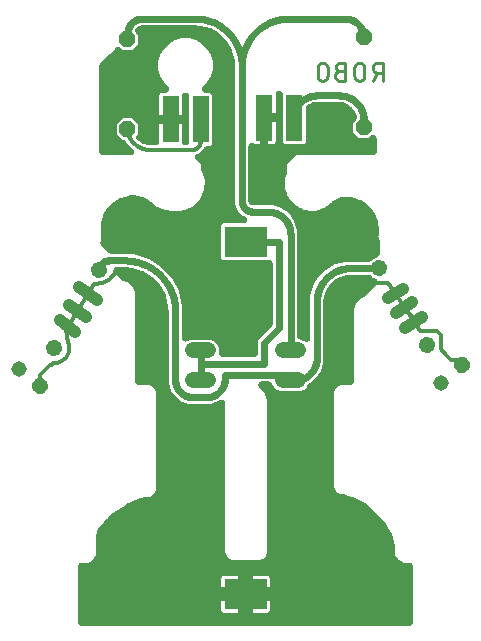
<source format=gbl>
G04 EAGLE Gerber X2 export*
G75*
%MOMM*%
%FSLAX34Y34*%
%LPD*%
%AMOC8*
5,1,8,0,0,1.08239X$1,22.5*%
G01*
%ADD10C,0.254000*%
%ADD11R,3.600000X2.600000*%
%ADD12C,1.320800*%
%ADD13P,1.429621X8X292.500000*%
%ADD14C,1.308000*%
%ADD15P,1.415766X8X333.500000*%
%ADD16P,1.415766X8X253.500000*%
%ADD17R,1.400000X4.000000*%
%ADD18P,1.429621X8X262.500000*%
%ADD19P,1.429621X8X324.500000*%
%ADD20C,0.609600*%
%ADD21C,0.304800*%
%ADD22C,0.756400*%
%ADD23C,1.016000*%

G36*
X338773Y8262D02*
X338773Y8262D01*
X338849Y8260D01*
X339018Y8282D01*
X339189Y8296D01*
X339263Y8314D01*
X339338Y8324D01*
X339502Y8373D01*
X339668Y8414D01*
X339737Y8444D01*
X339811Y8466D01*
X339964Y8542D01*
X340121Y8609D01*
X340185Y8650D01*
X340254Y8683D01*
X340393Y8782D01*
X340537Y8874D01*
X340594Y8925D01*
X340656Y8969D01*
X340777Y9089D01*
X340905Y9203D01*
X340953Y9262D01*
X341007Y9316D01*
X341108Y9454D01*
X341215Y9587D01*
X341252Y9653D01*
X341297Y9714D01*
X341374Y9867D01*
X341459Y10015D01*
X341485Y10087D01*
X341520Y10155D01*
X341571Y10318D01*
X341630Y10478D01*
X341645Y10553D01*
X341668Y10625D01*
X341680Y10730D01*
X341725Y10962D01*
X341732Y11198D01*
X341744Y11303D01*
X341744Y58697D01*
X341738Y58773D01*
X341740Y58849D01*
X341718Y59018D01*
X341704Y59189D01*
X341686Y59263D01*
X341676Y59338D01*
X341627Y59502D01*
X341586Y59668D01*
X341556Y59737D01*
X341534Y59811D01*
X341458Y59964D01*
X341391Y60121D01*
X341350Y60185D01*
X341317Y60254D01*
X341218Y60393D01*
X341126Y60537D01*
X341075Y60594D01*
X341031Y60656D01*
X340911Y60777D01*
X340797Y60905D01*
X340738Y60953D01*
X340684Y61007D01*
X340546Y61108D01*
X340413Y61215D01*
X340347Y61252D01*
X340286Y61297D01*
X340133Y61374D01*
X339985Y61459D01*
X339913Y61485D01*
X339845Y61520D01*
X339682Y61571D01*
X339522Y61630D01*
X339447Y61645D01*
X339375Y61668D01*
X339270Y61680D01*
X339038Y61725D01*
X338802Y61732D01*
X338697Y61744D01*
X336437Y61744D01*
X336288Y61732D01*
X336202Y61735D01*
X334970Y61640D01*
X334880Y61668D01*
X334800Y61677D01*
X334668Y61709D01*
X334397Y61728D01*
X333245Y62205D01*
X333102Y62251D01*
X333024Y62287D01*
X331849Y62670D01*
X331777Y62731D01*
X331706Y62770D01*
X331597Y62849D01*
X331353Y62971D01*
X330472Y63853D01*
X330358Y63950D01*
X330299Y64013D01*
X329360Y64817D01*
X329317Y64900D01*
X329266Y64963D01*
X329195Y65079D01*
X329017Y65285D01*
X328873Y65634D01*
X328868Y65642D01*
X328865Y65652D01*
X328758Y65857D01*
X328648Y66073D01*
X328642Y66081D01*
X328637Y66089D01*
X328612Y66120D01*
X328355Y66470D01*
X328261Y66561D01*
X328212Y66622D01*
X326897Y67937D01*
X326897Y75150D01*
X326889Y75247D01*
X326891Y75344D01*
X326873Y75444D01*
X326857Y75641D01*
X326790Y75915D01*
X326786Y75932D01*
X326786Y75936D01*
X326785Y75938D01*
X326772Y76016D01*
X323811Y86001D01*
X323633Y86461D01*
X323587Y86539D01*
X323565Y86593D01*
X319308Y94401D01*
X319256Y94480D01*
X319213Y94564D01*
X319149Y94643D01*
X319038Y94814D01*
X318852Y95016D01*
X318787Y95097D01*
X302227Y111657D01*
X301985Y111863D01*
X301916Y111929D01*
X301539Y112216D01*
X301123Y112481D01*
X301040Y112517D01*
X300990Y112548D01*
X291032Y117222D01*
X290606Y117382D01*
X290582Y117392D01*
X285334Y118905D01*
X285270Y118918D01*
X285228Y118933D01*
X285091Y118967D01*
X285061Y118972D01*
X285040Y118980D01*
X283258Y119393D01*
X283065Y119470D01*
X282971Y119490D01*
X282913Y119512D01*
X282348Y119653D01*
X282317Y119658D01*
X282286Y119668D01*
X282200Y119678D01*
X281861Y119734D01*
X281699Y119734D01*
X281609Y119744D01*
X281358Y119744D01*
X280613Y120053D01*
X280253Y120169D01*
X280186Y120194D01*
X279405Y120389D01*
X279203Y120538D01*
X279176Y120555D01*
X279152Y120575D01*
X279077Y120617D01*
X278784Y120799D01*
X278634Y120861D01*
X278555Y120905D01*
X278323Y121001D01*
X277754Y121571D01*
X277465Y121816D01*
X277413Y121865D01*
X276766Y122344D01*
X276637Y122559D01*
X276618Y122585D01*
X276604Y122613D01*
X276550Y122680D01*
X276350Y122960D01*
X276235Y123075D01*
X276178Y123146D01*
X276001Y123324D01*
X275693Y124068D01*
X275520Y124405D01*
X275490Y124470D01*
X275076Y125161D01*
X275039Y125409D01*
X275032Y125439D01*
X275029Y125471D01*
X275005Y125554D01*
X274927Y125889D01*
X274865Y126039D01*
X274840Y126126D01*
X274744Y126358D01*
X274744Y127164D01*
X274740Y127222D01*
X274740Y127251D01*
X274732Y127315D01*
X274714Y127541D01*
X274711Y127612D01*
X274592Y128409D01*
X274653Y128652D01*
X274658Y128683D01*
X274668Y128714D01*
X274678Y128800D01*
X274734Y129139D01*
X274734Y129301D01*
X274744Y129391D01*
X274744Y205642D01*
X276001Y208677D01*
X278323Y210999D01*
X281358Y212256D01*
X288697Y212256D01*
X288773Y212262D01*
X288849Y212260D01*
X289018Y212282D01*
X289189Y212296D01*
X289263Y212314D01*
X289338Y212324D01*
X289502Y212373D01*
X289668Y212414D01*
X289737Y212444D01*
X289811Y212466D01*
X289964Y212542D01*
X290121Y212609D01*
X290185Y212650D01*
X290254Y212683D01*
X290393Y212782D01*
X290537Y212874D01*
X290594Y212925D01*
X290656Y212969D01*
X290777Y213089D01*
X290905Y213203D01*
X290953Y213262D01*
X291007Y213316D01*
X291108Y213454D01*
X291215Y213587D01*
X291252Y213653D01*
X291297Y213714D01*
X291374Y213867D01*
X291459Y214015D01*
X291485Y214087D01*
X291520Y214155D01*
X291571Y214318D01*
X291630Y214478D01*
X291645Y214553D01*
X291668Y214625D01*
X291680Y214730D01*
X291725Y214962D01*
X291732Y215198D01*
X291744Y215303D01*
X291744Y272480D01*
X291729Y272663D01*
X291731Y272760D01*
X291487Y275412D01*
X293647Y281403D01*
X298143Y285913D01*
X300028Y286598D01*
X300098Y286630D01*
X300171Y286654D01*
X300322Y286733D01*
X300477Y286804D01*
X300540Y286847D01*
X300609Y286882D01*
X300691Y286948D01*
X300886Y287079D01*
X301059Y287242D01*
X301142Y287307D01*
X311121Y297287D01*
X311242Y297429D01*
X311368Y297566D01*
X311401Y297616D01*
X311441Y297663D01*
X311537Y297822D01*
X311639Y297978D01*
X311664Y298033D01*
X311695Y298085D01*
X311764Y298258D01*
X311840Y298428D01*
X311856Y298487D01*
X311878Y298543D01*
X311919Y298725D01*
X311966Y298905D01*
X311972Y298966D01*
X311985Y299025D01*
X311996Y299211D01*
X312013Y299396D01*
X312009Y299457D01*
X312013Y299518D01*
X311993Y299703D01*
X311981Y299888D01*
X311967Y299948D01*
X311961Y300008D01*
X311911Y300187D01*
X311869Y300369D01*
X311846Y300425D01*
X311830Y300484D01*
X311752Y300653D01*
X311681Y300825D01*
X311650Y300877D01*
X311624Y300932D01*
X311520Y301087D01*
X311423Y301245D01*
X311383Y301291D01*
X311349Y301342D01*
X311222Y301477D01*
X311099Y301618D01*
X311053Y301657D01*
X311011Y301701D01*
X310863Y301814D01*
X310720Y301933D01*
X310668Y301964D01*
X310620Y302001D01*
X310455Y302089D01*
X310295Y302184D01*
X310249Y302200D01*
X310185Y302235D01*
X309718Y302395D01*
X309678Y302401D01*
X309652Y302411D01*
X307677Y302867D01*
X307029Y303904D01*
X306902Y304074D01*
X306779Y304248D01*
X306755Y304272D01*
X306735Y304299D01*
X306582Y304447D01*
X306433Y304599D01*
X306405Y304619D01*
X306380Y304643D01*
X306206Y304764D01*
X306034Y304889D01*
X306003Y304904D01*
X305975Y304924D01*
X305783Y305016D01*
X305593Y305111D01*
X305561Y305122D01*
X305530Y305136D01*
X305326Y305196D01*
X305123Y305260D01*
X305095Y305263D01*
X305056Y305274D01*
X304567Y305334D01*
X304493Y305331D01*
X304445Y305336D01*
X288700Y305336D01*
X288576Y305326D01*
X288500Y305329D01*
X285927Y305161D01*
X285439Y305089D01*
X285380Y305070D01*
X285338Y305064D01*
X280367Y303732D01*
X280313Y303712D01*
X280257Y303700D01*
X280230Y303688D01*
X280199Y303680D01*
X280075Y303627D01*
X279902Y303566D01*
X279802Y303510D01*
X279745Y303486D01*
X279699Y303456D01*
X279632Y303427D01*
X275175Y300854D01*
X275128Y300821D01*
X275077Y300795D01*
X274996Y300730D01*
X274769Y300574D01*
X274623Y300433D01*
X274544Y300370D01*
X270905Y296731D01*
X270868Y296687D01*
X270826Y296648D01*
X270764Y296565D01*
X270586Y296355D01*
X270481Y296181D01*
X270421Y296100D01*
X267848Y291643D01*
X267823Y291591D01*
X267792Y291543D01*
X267754Y291446D01*
X267636Y291197D01*
X267580Y291002D01*
X267543Y290908D01*
X266211Y285937D01*
X266123Y285452D01*
X266121Y285389D01*
X266114Y285347D01*
X265945Y282774D01*
X265947Y282650D01*
X265939Y282575D01*
X265939Y231048D01*
X263527Y223625D01*
X258939Y217311D01*
X254302Y213941D01*
X254300Y213940D01*
X254299Y213939D01*
X254119Y213784D01*
X253928Y213620D01*
X253926Y213618D01*
X253925Y213617D01*
X253767Y213429D01*
X253610Y213242D01*
X253609Y213241D01*
X253608Y213239D01*
X253603Y213230D01*
X253357Y212819D01*
X253313Y212707D01*
X253278Y212642D01*
X252482Y210720D01*
X249909Y208147D01*
X246548Y206755D01*
X229702Y206755D01*
X226341Y208147D01*
X223768Y210720D01*
X222744Y213193D01*
X222645Y213386D01*
X222549Y213583D01*
X222532Y213606D01*
X222519Y213632D01*
X222390Y213807D01*
X222263Y213985D01*
X222243Y214006D01*
X222226Y214029D01*
X222070Y214181D01*
X221916Y214336D01*
X221893Y214353D01*
X221873Y214373D01*
X221694Y214498D01*
X221518Y214627D01*
X221492Y214640D01*
X221469Y214656D01*
X221272Y214751D01*
X221077Y214849D01*
X221050Y214858D01*
X221024Y214870D01*
X220815Y214932D01*
X220607Y214997D01*
X220583Y215000D01*
X220551Y215010D01*
X220062Y215071D01*
X219981Y215068D01*
X219929Y215074D01*
X213893Y215074D01*
X213855Y215071D01*
X213817Y215073D01*
X213609Y215051D01*
X213402Y215034D01*
X213365Y215025D01*
X213327Y215021D01*
X213125Y214965D01*
X212923Y214915D01*
X212888Y214900D01*
X212851Y214890D01*
X212661Y214803D01*
X212469Y214721D01*
X212437Y214700D01*
X212403Y214684D01*
X212229Y214567D01*
X212053Y214456D01*
X212025Y214430D01*
X211993Y214409D01*
X211841Y214266D01*
X211685Y214127D01*
X211662Y214097D01*
X211634Y214071D01*
X211506Y213905D01*
X211376Y213743D01*
X211357Y213710D01*
X211333Y213680D01*
X211234Y213495D01*
X211132Y213314D01*
X211118Y213278D01*
X211100Y213245D01*
X211033Y213047D01*
X210960Y212852D01*
X210953Y212814D01*
X210940Y212778D01*
X210905Y212572D01*
X210865Y212368D01*
X210864Y212330D01*
X210858Y212292D01*
X210856Y212082D01*
X210850Y211874D01*
X210855Y211837D01*
X210855Y211798D01*
X210887Y211592D01*
X210914Y211385D01*
X210925Y211349D01*
X210931Y211311D01*
X210996Y211113D01*
X211057Y210913D01*
X211074Y210879D01*
X211085Y210843D01*
X211182Y210657D01*
X211274Y210470D01*
X211296Y210439D01*
X211313Y210405D01*
X211371Y210332D01*
X211559Y210068D01*
X211680Y209945D01*
X211739Y209872D01*
X215553Y206058D01*
X218256Y199532D01*
X218256Y70358D01*
X216999Y67323D01*
X214677Y65001D01*
X211642Y63744D01*
X189358Y63744D01*
X186323Y65001D01*
X184001Y67323D01*
X182744Y70358D01*
X182744Y196679D01*
X182742Y196709D01*
X182744Y196739D01*
X182722Y196954D01*
X182704Y197170D01*
X182697Y197200D01*
X182694Y197230D01*
X182638Y197439D01*
X182586Y197649D01*
X182574Y197677D01*
X182566Y197706D01*
X182476Y197904D01*
X182391Y198102D01*
X182375Y198128D01*
X182362Y198155D01*
X182242Y198336D01*
X182126Y198519D01*
X182106Y198541D01*
X182089Y198566D01*
X181941Y198725D01*
X181797Y198886D01*
X181774Y198905D01*
X181753Y198927D01*
X181582Y199061D01*
X181413Y199196D01*
X181387Y199211D01*
X181363Y199230D01*
X181173Y199333D01*
X180985Y199440D01*
X180956Y199451D01*
X180930Y199465D01*
X180725Y199537D01*
X180522Y199612D01*
X180493Y199618D01*
X180464Y199628D01*
X180250Y199665D01*
X180038Y199707D01*
X180008Y199708D01*
X179978Y199713D01*
X179761Y199715D01*
X179545Y199722D01*
X179515Y199718D01*
X179485Y199718D01*
X179271Y199686D01*
X179056Y199658D01*
X179027Y199649D01*
X178997Y199644D01*
X178918Y199616D01*
X178584Y199515D01*
X178440Y199445D01*
X178355Y199414D01*
X172582Y196582D01*
X170143Y196234D01*
X170104Y196225D01*
X170063Y196221D01*
X169972Y196195D01*
X169662Y196125D01*
X169499Y196059D01*
X169408Y196033D01*
X169387Y196024D01*
X168889Y196024D01*
X168543Y195996D01*
X168458Y195993D01*
X167965Y195923D01*
X167943Y195928D01*
X167903Y195935D01*
X167864Y195947D01*
X167769Y195958D01*
X167456Y196012D01*
X167281Y196013D01*
X167186Y196024D01*
X152298Y196024D01*
X146066Y198049D01*
X140764Y201901D01*
X136911Y207203D01*
X134886Y213436D01*
X134886Y271448D01*
X134870Y271648D01*
X134860Y271847D01*
X134851Y271884D01*
X134846Y271939D01*
X134844Y271950D01*
X134884Y273047D01*
X134881Y273114D01*
X134886Y273159D01*
X134886Y273527D01*
X134882Y273578D01*
X134885Y273614D01*
X134763Y277892D01*
X134709Y278382D01*
X134692Y278442D01*
X134688Y278484D01*
X132691Y287214D01*
X132674Y287269D01*
X132664Y287325D01*
X132626Y287422D01*
X132543Y287685D01*
X132451Y287866D01*
X132414Y287960D01*
X128226Y295876D01*
X128195Y295924D01*
X128171Y295976D01*
X128109Y296060D01*
X127961Y296292D01*
X127826Y296443D01*
X127766Y296525D01*
X121671Y303087D01*
X121629Y303126D01*
X121592Y303169D01*
X121511Y303234D01*
X121308Y303420D01*
X121138Y303531D01*
X121059Y303594D01*
X113474Y308356D01*
X113423Y308382D01*
X113376Y308415D01*
X113281Y308456D01*
X113036Y308583D01*
X112844Y308647D01*
X112750Y308687D01*
X104192Y311323D01*
X103710Y311430D01*
X103647Y311433D01*
X103606Y311442D01*
X99200Y311895D01*
X98990Y311900D01*
X98888Y311911D01*
X91186Y311911D01*
X91148Y311908D01*
X91110Y311910D01*
X90902Y311888D01*
X90694Y311871D01*
X90657Y311862D01*
X90619Y311858D01*
X90418Y311803D01*
X90215Y311753D01*
X90180Y311738D01*
X90144Y311727D01*
X89954Y311640D01*
X89762Y311558D01*
X89730Y311538D01*
X89695Y311522D01*
X89522Y311405D01*
X89346Y311293D01*
X89318Y311268D01*
X89286Y311246D01*
X89134Y311103D01*
X88978Y310964D01*
X88954Y310935D01*
X88926Y310909D01*
X88799Y310743D01*
X88668Y310580D01*
X88649Y310547D01*
X88626Y310517D01*
X88527Y310333D01*
X88424Y310152D01*
X88411Y310116D01*
X88393Y310082D01*
X88325Y309885D01*
X88253Y309689D01*
X88245Y309652D01*
X88233Y309616D01*
X88198Y309409D01*
X88158Y309205D01*
X88157Y309167D01*
X88150Y309129D01*
X88149Y308920D01*
X88143Y308712D01*
X88148Y308674D01*
X88147Y308636D01*
X88180Y308429D01*
X88207Y308223D01*
X88218Y308186D01*
X88224Y308149D01*
X88289Y307950D01*
X88349Y307751D01*
X88366Y307716D01*
X88378Y307680D01*
X88475Y307495D01*
X88566Y307307D01*
X88588Y307276D01*
X88606Y307242D01*
X88664Y307170D01*
X88852Y306905D01*
X88973Y306783D01*
X89031Y306709D01*
X95086Y300654D01*
X95265Y300503D01*
X95443Y300349D01*
X95453Y300343D01*
X95462Y300335D01*
X95666Y300212D01*
X95863Y300091D01*
X95873Y300087D01*
X95885Y300080D01*
X96343Y299897D01*
X96442Y299875D01*
X96502Y299853D01*
X99508Y299101D01*
X103853Y295538D01*
X106256Y290459D01*
X106256Y215303D01*
X106262Y215227D01*
X106260Y215151D01*
X106282Y214982D01*
X106296Y214811D01*
X106314Y214737D01*
X106324Y214662D01*
X106373Y214498D01*
X106414Y214332D01*
X106444Y214263D01*
X106466Y214189D01*
X106542Y214036D01*
X106609Y213879D01*
X106650Y213815D01*
X106683Y213746D01*
X106782Y213607D01*
X106874Y213463D01*
X106925Y213406D01*
X106969Y213344D01*
X107089Y213223D01*
X107203Y213095D01*
X107262Y213047D01*
X107316Y212993D01*
X107454Y212892D01*
X107587Y212785D01*
X107653Y212748D01*
X107714Y212703D01*
X107867Y212626D01*
X108015Y212541D01*
X108087Y212515D01*
X108155Y212480D01*
X108318Y212429D01*
X108478Y212370D01*
X108553Y212355D01*
X108625Y212332D01*
X108730Y212320D01*
X108962Y212275D01*
X109198Y212268D01*
X109303Y212256D01*
X117642Y212256D01*
X120677Y210999D01*
X121105Y210570D01*
X121192Y210496D01*
X121272Y210415D01*
X121380Y210337D01*
X121392Y210327D01*
X121396Y210320D01*
X121612Y210078D01*
X121670Y210005D01*
X122999Y208677D01*
X124256Y205642D01*
X124256Y127235D01*
X124296Y126743D01*
X124321Y126642D01*
X124328Y126577D01*
X124416Y126179D01*
X124302Y125539D01*
X124256Y125048D01*
X124258Y125024D01*
X124256Y125008D01*
X124256Y124358D01*
X124100Y123981D01*
X123949Y123512D01*
X123933Y123409D01*
X123914Y123346D01*
X123843Y122945D01*
X123494Y122397D01*
X123263Y121961D01*
X123256Y121939D01*
X123248Y121924D01*
X122999Y121324D01*
X122711Y121035D01*
X122391Y120659D01*
X122338Y120570D01*
X122296Y120519D01*
X122077Y120175D01*
X121975Y120091D01*
X121866Y120014D01*
X121786Y119934D01*
X121699Y119862D01*
X121610Y119761D01*
X121515Y119667D01*
X121449Y119576D01*
X121374Y119491D01*
X121303Y119377D01*
X121225Y119268D01*
X121174Y119168D01*
X121118Y119077D01*
X119388Y117347D01*
X115982Y117347D01*
X115922Y117342D01*
X115862Y117345D01*
X115759Y117329D01*
X115490Y117307D01*
X115289Y117257D01*
X115188Y117242D01*
X111435Y116229D01*
X111125Y116118D01*
X111037Y116091D01*
X99207Y111064D01*
X98770Y110835D01*
X98738Y110811D01*
X98713Y110798D01*
X88004Y103689D01*
X87745Y103485D01*
X87671Y103433D01*
X83890Y100088D01*
X83780Y99974D01*
X83664Y99867D01*
X83624Y99811D01*
X83548Y99733D01*
X83397Y99513D01*
X82554Y98860D01*
X82383Y98703D01*
X82299Y98639D01*
X81536Y97898D01*
X81475Y97871D01*
X81429Y97840D01*
X81352Y97802D01*
X80951Y97515D01*
X80930Y97495D01*
X80914Y97483D01*
X80203Y96863D01*
X79859Y96510D01*
X79847Y96492D01*
X79837Y96482D01*
X76973Y92937D01*
X76967Y92927D01*
X76959Y92919D01*
X76935Y92880D01*
X76696Y92529D01*
X76639Y92408D01*
X76597Y92341D01*
X74625Y88233D01*
X74621Y88222D01*
X74615Y88212D01*
X74600Y88168D01*
X74448Y87772D01*
X74421Y87642D01*
X74396Y87566D01*
X73420Y83115D01*
X73354Y82626D01*
X73355Y82605D01*
X73352Y82590D01*
X73258Y80345D01*
X73261Y80268D01*
X73256Y80217D01*
X73256Y80091D01*
X73258Y80062D01*
X73256Y80042D01*
X73286Y78199D01*
X73260Y78006D01*
X73263Y77908D01*
X73256Y77846D01*
X73256Y68358D01*
X71999Y65323D01*
X69677Y63001D01*
X66642Y61744D01*
X61303Y61744D01*
X61227Y61738D01*
X61151Y61740D01*
X60982Y61718D01*
X60811Y61704D01*
X60737Y61686D01*
X60662Y61676D01*
X60498Y61627D01*
X60332Y61586D01*
X60263Y61556D01*
X60189Y61534D01*
X60036Y61458D01*
X59879Y61391D01*
X59815Y61350D01*
X59746Y61317D01*
X59607Y61218D01*
X59463Y61126D01*
X59406Y61075D01*
X59344Y61031D01*
X59223Y60911D01*
X59095Y60797D01*
X59047Y60738D01*
X58993Y60684D01*
X58892Y60546D01*
X58785Y60413D01*
X58748Y60347D01*
X58703Y60286D01*
X58626Y60133D01*
X58541Y59985D01*
X58515Y59913D01*
X58480Y59845D01*
X58429Y59682D01*
X58370Y59522D01*
X58355Y59447D01*
X58332Y59375D01*
X58320Y59270D01*
X58275Y59038D01*
X58268Y58802D01*
X58256Y58697D01*
X58256Y11303D01*
X58262Y11227D01*
X58260Y11151D01*
X58282Y10982D01*
X58296Y10811D01*
X58314Y10737D01*
X58324Y10662D01*
X58373Y10498D01*
X58414Y10332D01*
X58444Y10263D01*
X58466Y10189D01*
X58542Y10036D01*
X58609Y9879D01*
X58650Y9815D01*
X58683Y9746D01*
X58782Y9607D01*
X58874Y9463D01*
X58925Y9406D01*
X58969Y9344D01*
X59089Y9223D01*
X59203Y9095D01*
X59262Y9047D01*
X59316Y8993D01*
X59454Y8892D01*
X59587Y8785D01*
X59653Y8748D01*
X59714Y8703D01*
X59867Y8626D01*
X60015Y8541D01*
X60087Y8515D01*
X60155Y8480D01*
X60318Y8429D01*
X60478Y8370D01*
X60553Y8355D01*
X60625Y8332D01*
X60730Y8320D01*
X60962Y8275D01*
X61198Y8268D01*
X61303Y8256D01*
X338697Y8256D01*
X338773Y8262D01*
G37*
G36*
X207340Y235782D02*
X207340Y235782D01*
X207416Y235780D01*
X207585Y235802D01*
X207756Y235816D01*
X207830Y235835D01*
X207905Y235844D01*
X208069Y235894D01*
X208235Y235935D01*
X208304Y235965D01*
X208378Y235987D01*
X208531Y236062D01*
X208688Y236129D01*
X208752Y236170D01*
X208821Y236204D01*
X208960Y236303D01*
X209104Y236394D01*
X209161Y236445D01*
X209223Y236489D01*
X209344Y236609D01*
X209472Y236723D01*
X209520Y236783D01*
X209574Y236836D01*
X209675Y236974D01*
X209782Y237107D01*
X209819Y237173D01*
X209864Y237235D01*
X209941Y237387D01*
X210026Y237536D01*
X210052Y237607D01*
X210087Y237675D01*
X210138Y237838D01*
X210197Y237998D01*
X210212Y238073D01*
X210235Y238146D01*
X210247Y238251D01*
X210292Y238482D01*
X210299Y238719D01*
X210311Y238823D01*
X210311Y248762D01*
X211162Y250816D01*
X222119Y261772D01*
X222193Y261859D01*
X222274Y261940D01*
X222352Y262047D01*
X222438Y262148D01*
X222497Y262246D01*
X222564Y262338D01*
X222624Y262457D01*
X222693Y262571D01*
X222735Y262677D01*
X222787Y262779D01*
X222827Y262906D01*
X222876Y263029D01*
X222901Y263140D01*
X222935Y263249D01*
X222945Y263343D01*
X222983Y263511D01*
X223001Y263835D01*
X223011Y263927D01*
X223011Y314787D01*
X223005Y314863D01*
X223007Y314939D01*
X222985Y315108D01*
X222971Y315279D01*
X222953Y315353D01*
X222943Y315428D01*
X222894Y315592D01*
X222853Y315758D01*
X222823Y315827D01*
X222801Y315901D01*
X222725Y316054D01*
X222658Y316211D01*
X222617Y316275D01*
X222584Y316344D01*
X222485Y316483D01*
X222393Y316627D01*
X222342Y316684D01*
X222298Y316746D01*
X222178Y316867D01*
X222064Y316995D01*
X222005Y317043D01*
X221951Y317097D01*
X221813Y317198D01*
X221680Y317305D01*
X221614Y317342D01*
X221553Y317387D01*
X221400Y317464D01*
X221252Y317549D01*
X221180Y317575D01*
X221112Y317610D01*
X220949Y317661D01*
X220789Y317720D01*
X220714Y317735D01*
X220642Y317758D01*
X220537Y317770D01*
X220305Y317815D01*
X220069Y317822D01*
X219964Y317834D01*
X180973Y317834D01*
X179484Y319323D01*
X179484Y347427D01*
X180973Y348916D01*
X198359Y348916D01*
X198501Y348927D01*
X198644Y348929D01*
X198747Y348947D01*
X198851Y348956D01*
X198989Y348990D01*
X199130Y349015D01*
X199228Y349049D01*
X199330Y349074D01*
X199461Y349131D01*
X199595Y349178D01*
X199687Y349228D01*
X199783Y349269D01*
X199903Y349345D01*
X200029Y349414D01*
X200111Y349478D01*
X200199Y349534D01*
X200305Y349629D01*
X200418Y349716D01*
X200489Y349793D01*
X200567Y349863D01*
X200657Y349974D01*
X200754Y350078D01*
X200811Y350165D01*
X200877Y350247D01*
X200947Y350370D01*
X201026Y350489D01*
X201069Y350584D01*
X201121Y350675D01*
X201171Y350809D01*
X201229Y350939D01*
X201256Y351040D01*
X201293Y351138D01*
X201320Y351278D01*
X201357Y351415D01*
X201367Y351520D01*
X201387Y351622D01*
X201392Y351764D01*
X201406Y351906D01*
X201399Y352011D01*
X201403Y352115D01*
X201384Y352256D01*
X201375Y352399D01*
X201352Y352500D01*
X201338Y352604D01*
X201297Y352741D01*
X201265Y352880D01*
X201226Y352976D01*
X201196Y353076D01*
X201133Y353205D01*
X201079Y353337D01*
X201025Y353426D01*
X200979Y353520D01*
X200896Y353636D01*
X200822Y353757D01*
X200754Y353837D01*
X200693Y353922D01*
X200593Y354023D01*
X200500Y354131D01*
X200420Y354199D01*
X200347Y354273D01*
X200231Y354357D01*
X200122Y354448D01*
X200054Y354486D01*
X199948Y354563D01*
X199561Y354759D01*
X199525Y354778D01*
X197814Y355487D01*
X193562Y359739D01*
X191261Y365294D01*
X191261Y482600D01*
X191251Y482724D01*
X191255Y482799D01*
X190989Y486852D01*
X190930Y487254D01*
X190922Y487315D01*
X190920Y487321D01*
X190917Y487340D01*
X190898Y487400D01*
X190892Y487442D01*
X188794Y495272D01*
X188775Y495325D01*
X188762Y495381D01*
X188721Y495477D01*
X188628Y495736D01*
X188530Y495914D01*
X188489Y496007D01*
X184436Y503027D01*
X184404Y503074D01*
X184377Y503125D01*
X184313Y503206D01*
X184156Y503432D01*
X184015Y503579D01*
X183952Y503658D01*
X178220Y509390D01*
X178177Y509427D01*
X178138Y509469D01*
X178054Y509531D01*
X177844Y509709D01*
X177671Y509814D01*
X177589Y509874D01*
X170569Y513927D01*
X170517Y513951D01*
X170469Y513982D01*
X170373Y514020D01*
X170123Y514138D01*
X169928Y514194D01*
X169834Y514231D01*
X162004Y516329D01*
X161519Y516418D01*
X161456Y516419D01*
X161415Y516427D01*
X157362Y516692D01*
X157238Y516690D01*
X157163Y516699D01*
X112712Y516699D01*
X112514Y516683D01*
X112414Y516684D01*
X111621Y516606D01*
X111516Y516587D01*
X111409Y516578D01*
X111316Y516551D01*
X111136Y516518D01*
X110848Y516416D01*
X110754Y516389D01*
X109289Y515782D01*
X109280Y515777D01*
X109271Y515774D01*
X109062Y515666D01*
X108850Y515557D01*
X108842Y515551D01*
X108833Y515547D01*
X108802Y515522D01*
X108453Y515264D01*
X108361Y515170D01*
X108300Y515121D01*
X107629Y514451D01*
X107580Y514392D01*
X107524Y514340D01*
X107420Y514205D01*
X107310Y514075D01*
X107270Y514009D01*
X107224Y513949D01*
X107143Y513799D01*
X107055Y513652D01*
X107027Y513581D01*
X106991Y513514D01*
X106935Y513353D01*
X106872Y513194D01*
X106855Y513120D01*
X106831Y513047D01*
X106802Y512879D01*
X106765Y512712D01*
X106761Y512636D01*
X106748Y512561D01*
X106747Y512390D01*
X106737Y512220D01*
X106746Y512144D01*
X106745Y512068D01*
X106772Y511899D01*
X106790Y511729D01*
X106810Y511656D01*
X106822Y511580D01*
X106875Y511418D01*
X106920Y511253D01*
X106952Y511184D01*
X106976Y511112D01*
X107055Y510960D01*
X107126Y510805D01*
X107169Y510742D01*
X107204Y510674D01*
X107269Y510592D01*
X107401Y510396D01*
X107563Y510223D01*
X107629Y510141D01*
X109157Y508613D01*
X109157Y501037D01*
X103800Y495680D01*
X96225Y495680D01*
X94445Y497460D01*
X94307Y497577D01*
X94175Y497700D01*
X94119Y497737D01*
X94069Y497780D01*
X93914Y497873D01*
X93764Y497973D01*
X93703Y498000D01*
X93646Y498034D01*
X93479Y498101D01*
X93314Y498176D01*
X93250Y498193D01*
X93188Y498218D01*
X93012Y498257D01*
X92837Y498303D01*
X92771Y498310D01*
X92706Y498324D01*
X92526Y498334D01*
X92347Y498352D01*
X92280Y498348D01*
X92214Y498352D01*
X92034Y498333D01*
X91854Y498322D01*
X91789Y498307D01*
X91723Y498300D01*
X91549Y498252D01*
X91373Y498212D01*
X91312Y498187D01*
X91247Y498169D01*
X91083Y498094D01*
X90916Y498026D01*
X90860Y497991D01*
X90799Y497963D01*
X90649Y497863D01*
X90495Y497769D01*
X90445Y497725D01*
X90390Y497688D01*
X90258Y497564D01*
X90121Y497447D01*
X90079Y497396D01*
X90030Y497350D01*
X89921Y497207D01*
X89804Y497069D01*
X89779Y497022D01*
X89730Y496959D01*
X89497Y496524D01*
X89486Y496492D01*
X89474Y496472D01*
X88999Y495323D01*
X86677Y493001D01*
X85171Y492378D01*
X85163Y492373D01*
X85153Y492370D01*
X84942Y492260D01*
X84732Y492153D01*
X84724Y492147D01*
X84716Y492142D01*
X84684Y492117D01*
X84335Y491860D01*
X84244Y491766D01*
X84183Y491717D01*
X77220Y484755D01*
X77146Y484668D01*
X77065Y484587D01*
X76987Y484480D01*
X76901Y484379D01*
X76842Y484281D01*
X76775Y484189D01*
X76715Y484070D01*
X76646Y483956D01*
X76604Y483850D01*
X76552Y483748D01*
X76512Y483621D01*
X76463Y483498D01*
X76438Y483387D01*
X76404Y483278D01*
X76394Y483184D01*
X76356Y483017D01*
X76338Y482692D01*
X76328Y482600D01*
X76328Y409575D01*
X76334Y409499D01*
X76332Y409423D01*
X76354Y409254D01*
X76368Y409083D01*
X76386Y409009D01*
X76396Y408934D01*
X76445Y408770D01*
X76486Y408604D01*
X76516Y408535D01*
X76538Y408462D01*
X76614Y408308D01*
X76681Y408151D01*
X76722Y408087D01*
X76755Y408018D01*
X76854Y407879D01*
X76946Y407735D01*
X76997Y407678D01*
X77041Y407616D01*
X77161Y407495D01*
X77275Y407367D01*
X77334Y407319D01*
X77388Y407265D01*
X77526Y407164D01*
X77659Y407057D01*
X77725Y407020D01*
X77786Y406975D01*
X77939Y406898D01*
X78087Y406813D01*
X78159Y406787D01*
X78227Y406752D01*
X78390Y406701D01*
X78550Y406642D01*
X78625Y406627D01*
X78697Y406604D01*
X78802Y406592D01*
X79034Y406547D01*
X79270Y406540D01*
X79375Y406528D01*
X102513Y406528D01*
X102669Y406540D01*
X102826Y406544D01*
X102915Y406560D01*
X103004Y406568D01*
X103157Y406606D01*
X103311Y406634D01*
X103396Y406665D01*
X103483Y406686D01*
X103627Y406748D01*
X103775Y406802D01*
X103854Y406845D01*
X103937Y406881D01*
X104069Y406965D01*
X104206Y407042D01*
X104277Y407098D01*
X104353Y407146D01*
X104470Y407251D01*
X104593Y407348D01*
X104653Y407415D01*
X104721Y407475D01*
X104819Y407597D01*
X104925Y407713D01*
X104974Y407789D01*
X105030Y407859D01*
X105108Y407995D01*
X105194Y408127D01*
X105230Y408209D01*
X105274Y408287D01*
X105329Y408435D01*
X105392Y408578D01*
X105415Y408665D01*
X105446Y408750D01*
X105476Y408904D01*
X105515Y409056D01*
X105524Y409146D01*
X105541Y409234D01*
X105546Y409391D01*
X105560Y409548D01*
X105553Y409637D01*
X105556Y409727D01*
X105536Y409883D01*
X105524Y410040D01*
X105503Y410127D01*
X105492Y410216D01*
X105446Y410367D01*
X105410Y410519D01*
X105375Y410602D01*
X105349Y410689D01*
X105280Y410830D01*
X105219Y410975D01*
X105172Y411051D01*
X105132Y411132D01*
X105041Y411260D01*
X104958Y411393D01*
X104899Y411461D01*
X104847Y411534D01*
X104736Y411646D01*
X104633Y411764D01*
X104578Y411806D01*
X104500Y411885D01*
X104101Y412175D01*
X104096Y412178D01*
X104093Y412181D01*
X103902Y412296D01*
X99056Y417918D01*
X99021Y417990D01*
X99000Y418019D01*
X98984Y418050D01*
X98858Y418220D01*
X98735Y418392D01*
X98710Y418417D01*
X98689Y418446D01*
X98537Y418593D01*
X98389Y418743D01*
X98360Y418764D01*
X98334Y418788D01*
X98160Y418909D01*
X97990Y419033D01*
X97958Y419049D01*
X97929Y419070D01*
X97738Y419160D01*
X97549Y419256D01*
X97515Y419266D01*
X97483Y419282D01*
X97281Y419340D01*
X97079Y419404D01*
X97050Y419407D01*
X97010Y419419D01*
X96520Y419478D01*
X96448Y419475D01*
X96401Y419480D01*
X96225Y419480D01*
X90868Y424837D01*
X90868Y432413D01*
X96225Y437770D01*
X103800Y437770D01*
X109157Y432413D01*
X109157Y424837D01*
X108399Y424079D01*
X108263Y423919D01*
X108123Y423762D01*
X108103Y423731D01*
X108080Y423703D01*
X107971Y423523D01*
X107858Y423346D01*
X107844Y423312D01*
X107825Y423281D01*
X107747Y423085D01*
X107664Y422892D01*
X107656Y422856D01*
X107642Y422822D01*
X107596Y422617D01*
X107546Y422413D01*
X107543Y422377D01*
X107535Y422341D01*
X107523Y422130D01*
X107507Y421921D01*
X107510Y421885D01*
X107508Y421848D01*
X107530Y421639D01*
X107547Y421430D01*
X107556Y421394D01*
X107560Y421358D01*
X107615Y421155D01*
X107666Y420951D01*
X107681Y420917D01*
X107690Y420882D01*
X107778Y420690D01*
X107861Y420498D01*
X107878Y420473D01*
X107896Y420434D01*
X108172Y420024D01*
X108219Y419973D01*
X108246Y419935D01*
X109001Y419059D01*
X109098Y418963D01*
X109188Y418860D01*
X109253Y418810D01*
X109352Y418713D01*
X109684Y418478D01*
X109728Y418443D01*
X112940Y416496D01*
X113062Y416435D01*
X113180Y416364D01*
X113202Y416356D01*
X113232Y416339D01*
X113309Y416311D01*
X113381Y416275D01*
X113539Y416226D01*
X113695Y416168D01*
X113773Y416152D01*
X113822Y416135D01*
X117478Y415275D01*
X117495Y415272D01*
X117512Y415267D01*
X117572Y415261D01*
X117966Y415201D01*
X118107Y415203D01*
X118190Y415194D01*
X119180Y415199D01*
X119183Y415199D01*
X119186Y415199D01*
X119429Y415220D01*
X119514Y415227D01*
X120354Y415227D01*
X120516Y415240D01*
X120607Y415238D01*
X121197Y415287D01*
X121312Y415260D01*
X121689Y415235D01*
X121760Y415227D01*
X123937Y415227D01*
X124013Y415233D01*
X124089Y415231D01*
X124258Y415253D01*
X124429Y415267D01*
X124503Y415286D01*
X124578Y415295D01*
X124742Y415345D01*
X124908Y415386D01*
X124977Y415416D01*
X125051Y415438D01*
X125204Y415513D01*
X125361Y415580D01*
X125425Y415621D01*
X125494Y415655D01*
X125633Y415754D01*
X125777Y415845D01*
X125834Y415896D01*
X125896Y415940D01*
X126017Y416060D01*
X126145Y416174D01*
X126193Y416234D01*
X126247Y416287D01*
X126348Y416425D01*
X126455Y416558D01*
X126492Y416624D01*
X126537Y416686D01*
X126614Y416838D01*
X126699Y416987D01*
X126725Y417058D01*
X126760Y417126D01*
X126811Y417289D01*
X126870Y417449D01*
X126885Y417524D01*
X126908Y417597D01*
X126920Y417702D01*
X126965Y417933D01*
X126972Y418170D01*
X126984Y418274D01*
X126984Y433381D01*
X136073Y433381D01*
X136149Y433387D01*
X136225Y433385D01*
X136394Y433407D01*
X136540Y433419D01*
X136636Y433400D01*
X136872Y433393D01*
X136977Y433381D01*
X146066Y433381D01*
X146066Y418274D01*
X146072Y418198D01*
X146070Y418122D01*
X146092Y417953D01*
X146106Y417783D01*
X146124Y417709D01*
X146134Y417633D01*
X146183Y417470D01*
X146224Y417304D01*
X146254Y417234D01*
X146276Y417161D01*
X146352Y417007D01*
X146419Y416851D01*
X146460Y416786D01*
X146493Y416718D01*
X146592Y416578D01*
X146684Y416434D01*
X146735Y416378D01*
X146779Y416316D01*
X146899Y416194D01*
X147013Y416067D01*
X147072Y416019D01*
X147126Y415965D01*
X147264Y415864D01*
X147397Y415757D01*
X147463Y415719D01*
X147524Y415674D01*
X147677Y415597D01*
X147825Y415513D01*
X147897Y415486D01*
X147965Y415452D01*
X148128Y415401D01*
X148288Y415341D01*
X148363Y415326D01*
X148435Y415304D01*
X148540Y415292D01*
X148772Y415246D01*
X149008Y415239D01*
X149113Y415227D01*
X149337Y415227D01*
X149413Y415233D01*
X149489Y415231D01*
X149658Y415253D01*
X149829Y415267D01*
X149903Y415286D01*
X149978Y415295D01*
X150142Y415345D01*
X150308Y415386D01*
X150377Y415416D01*
X150451Y415438D01*
X150604Y415513D01*
X150761Y415580D01*
X150825Y415621D01*
X150894Y415655D01*
X151033Y415754D01*
X151177Y415845D01*
X151234Y415896D01*
X151296Y415940D01*
X151417Y416060D01*
X151545Y416174D01*
X151593Y416234D01*
X151647Y416287D01*
X151748Y416425D01*
X151855Y416558D01*
X151892Y416624D01*
X151937Y416686D01*
X152014Y416838D01*
X152099Y416987D01*
X152125Y417058D01*
X152160Y417126D01*
X152211Y417289D01*
X152270Y417449D01*
X152285Y417524D01*
X152308Y417597D01*
X152320Y417702D01*
X152365Y417933D01*
X152372Y418170D01*
X152384Y418274D01*
X152384Y456432D01*
X152378Y456508D01*
X152380Y456584D01*
X152358Y456753D01*
X152344Y456924D01*
X152326Y456998D01*
X152316Y457073D01*
X152267Y457237D01*
X152226Y457403D01*
X152196Y457472D01*
X152174Y457546D01*
X152098Y457699D01*
X152031Y457856D01*
X151990Y457920D01*
X151957Y457989D01*
X151858Y458128D01*
X151766Y458272D01*
X151715Y458329D01*
X151671Y458391D01*
X151551Y458512D01*
X151437Y458640D01*
X151378Y458688D01*
X151324Y458742D01*
X151186Y458843D01*
X151053Y458950D01*
X150987Y458987D01*
X150926Y459032D01*
X150773Y459109D01*
X150625Y459194D01*
X150553Y459220D01*
X150485Y459255D01*
X150322Y459306D01*
X150162Y459365D01*
X150087Y459380D01*
X150015Y459403D01*
X149910Y459415D01*
X149678Y459460D01*
X149442Y459467D01*
X149337Y459479D01*
X149113Y459479D01*
X149037Y459473D01*
X148961Y459475D01*
X148792Y459453D01*
X148621Y459439D01*
X148547Y459421D01*
X148472Y459411D01*
X148308Y459362D01*
X148142Y459321D01*
X148073Y459291D01*
X147999Y459269D01*
X147846Y459193D01*
X147689Y459126D01*
X147625Y459085D01*
X147556Y459052D01*
X147417Y458953D01*
X147273Y458861D01*
X147216Y458810D01*
X147154Y458766D01*
X147033Y458646D01*
X146905Y458532D01*
X146857Y458473D01*
X146803Y458419D01*
X146702Y458281D01*
X146595Y458148D01*
X146558Y458082D01*
X146513Y458021D01*
X146436Y457868D01*
X146351Y457720D01*
X146325Y457648D01*
X146290Y457580D01*
X146239Y457417D01*
X146180Y457257D01*
X146165Y457182D01*
X146142Y457110D01*
X146130Y457005D01*
X146085Y456773D01*
X146078Y456537D01*
X146066Y456432D01*
X146066Y440379D01*
X136977Y440379D01*
X136901Y440373D01*
X136825Y440375D01*
X136656Y440353D01*
X136510Y440341D01*
X136414Y440360D01*
X136178Y440367D01*
X136073Y440379D01*
X126984Y440379D01*
X126984Y457215D01*
X127157Y457861D01*
X127492Y458440D01*
X127965Y458913D01*
X128544Y459248D01*
X129190Y459421D01*
X132350Y459421D01*
X132388Y459424D01*
X132426Y459422D01*
X132634Y459444D01*
X132842Y459461D01*
X132879Y459470D01*
X132917Y459474D01*
X133118Y459529D01*
X133320Y459579D01*
X133355Y459594D01*
X133392Y459605D01*
X133582Y459692D01*
X133774Y459774D01*
X133806Y459794D01*
X133841Y459810D01*
X134014Y459927D01*
X134190Y460039D01*
X134218Y460064D01*
X134250Y460086D01*
X134402Y460229D01*
X134558Y460368D01*
X134582Y460397D01*
X134610Y460423D01*
X134737Y460590D01*
X134868Y460752D01*
X134886Y460784D01*
X134910Y460815D01*
X135009Y460999D01*
X135112Y461180D01*
X135125Y461216D01*
X135143Y461250D01*
X135211Y461447D01*
X135283Y461643D01*
X135291Y461680D01*
X135303Y461716D01*
X135338Y461923D01*
X135378Y462127D01*
X135379Y462165D01*
X135386Y462203D01*
X135387Y462412D01*
X135393Y462620D01*
X135388Y462658D01*
X135389Y462696D01*
X135356Y462903D01*
X135329Y463109D01*
X135318Y463146D01*
X135312Y463183D01*
X135247Y463382D01*
X135186Y463581D01*
X135170Y463616D01*
X135158Y463652D01*
X135061Y463837D01*
X134970Y464025D01*
X134948Y464056D01*
X134930Y464090D01*
X134872Y464162D01*
X134684Y464427D01*
X134563Y464549D01*
X134505Y464623D01*
X130724Y468404D01*
X127680Y473676D01*
X126104Y479556D01*
X126104Y485644D01*
X127680Y491524D01*
X130724Y496797D01*
X135028Y501101D01*
X140301Y504145D01*
X146181Y505721D01*
X152269Y505721D01*
X158149Y504145D01*
X163422Y501101D01*
X167726Y496797D01*
X170770Y491524D01*
X172346Y485644D01*
X172346Y479556D01*
X170770Y473676D01*
X167726Y468404D01*
X163945Y464623D01*
X163921Y464594D01*
X163892Y464568D01*
X163761Y464406D01*
X163626Y464247D01*
X163606Y464214D01*
X163582Y464184D01*
X163479Y464003D01*
X163371Y463824D01*
X163357Y463789D01*
X163338Y463756D01*
X163266Y463560D01*
X163188Y463366D01*
X163180Y463329D01*
X163167Y463293D01*
X163127Y463088D01*
X163081Y462884D01*
X163079Y462846D01*
X163072Y462809D01*
X163066Y462601D01*
X163054Y462392D01*
X163058Y462354D01*
X163057Y462316D01*
X163084Y462109D01*
X163106Y461901D01*
X163116Y461865D01*
X163121Y461827D01*
X163181Y461627D01*
X163237Y461426D01*
X163253Y461391D01*
X163264Y461354D01*
X163355Y461167D01*
X163442Y460977D01*
X163464Y460946D01*
X163480Y460911D01*
X163601Y460741D01*
X163718Y460568D01*
X163744Y460540D01*
X163766Y460509D01*
X163912Y460361D01*
X164056Y460208D01*
X164086Y460185D01*
X164113Y460158D01*
X164281Y460035D01*
X164447Y459908D01*
X164481Y459890D01*
X164511Y459868D01*
X164697Y459774D01*
X164882Y459675D01*
X164918Y459662D01*
X164952Y459645D01*
X165151Y459583D01*
X165348Y459515D01*
X165386Y459509D01*
X165422Y459497D01*
X165515Y459487D01*
X165835Y459432D01*
X166007Y459431D01*
X166100Y459421D01*
X169977Y459421D01*
X171466Y457932D01*
X171466Y415828D01*
X169977Y414339D01*
X167570Y414339D01*
X167352Y414322D01*
X167134Y414308D01*
X167106Y414302D01*
X167078Y414299D01*
X166866Y414247D01*
X166653Y414198D01*
X166627Y414187D01*
X166599Y414181D01*
X166398Y414094D01*
X166196Y414012D01*
X166172Y413997D01*
X166146Y413986D01*
X165961Y413869D01*
X165775Y413755D01*
X165753Y413736D01*
X165730Y413721D01*
X165567Y413576D01*
X165401Y413433D01*
X165383Y413411D01*
X165362Y413392D01*
X165225Y413222D01*
X165084Y413055D01*
X165073Y413034D01*
X165052Y413008D01*
X164808Y412580D01*
X164780Y412504D01*
X164754Y412458D01*
X164404Y411613D01*
X161475Y408683D01*
X159100Y407700D01*
X158939Y407617D01*
X158775Y407542D01*
X158720Y407505D01*
X158661Y407475D01*
X158515Y407367D01*
X158366Y407267D01*
X158317Y407221D01*
X158264Y407182D01*
X158137Y407052D01*
X158006Y406929D01*
X157966Y406876D01*
X157919Y406828D01*
X157815Y406680D01*
X157706Y406537D01*
X157674Y406479D01*
X157636Y406424D01*
X157558Y406262D01*
X157473Y406103D01*
X157451Y406040D01*
X157422Y405980D01*
X157371Y405807D01*
X157313Y405636D01*
X157301Y405570D01*
X157283Y405507D01*
X157260Y405328D01*
X157230Y405150D01*
X157230Y405083D01*
X157221Y405017D01*
X157228Y404837D01*
X157227Y404656D01*
X157237Y404590D01*
X157240Y404524D01*
X157276Y404347D01*
X157304Y404169D01*
X157324Y404106D01*
X157338Y404041D01*
X157401Y403872D01*
X157458Y403700D01*
X157489Y403641D01*
X157512Y403579D01*
X157602Y403423D01*
X157686Y403263D01*
X157719Y403222D01*
X157759Y403152D01*
X158071Y402770D01*
X158096Y402748D01*
X158111Y402730D01*
X162053Y398788D01*
X162053Y396150D01*
X162061Y396049D01*
X162059Y395948D01*
X162081Y395803D01*
X162093Y395658D01*
X162117Y395560D01*
X162132Y395460D01*
X162176Y395321D01*
X162211Y395179D01*
X162251Y395086D01*
X162282Y394990D01*
X162330Y394903D01*
X162406Y394726D01*
X162562Y394481D01*
X162611Y394392D01*
X163513Y393115D01*
X165682Y385318D01*
X165099Y377247D01*
X161834Y369843D01*
X156266Y363970D01*
X149046Y360315D01*
X147262Y360090D01*
X146167Y359952D01*
X145032Y359809D01*
X142801Y359528D01*
X140500Y359238D01*
X138199Y359528D01*
X135968Y359809D01*
X135164Y359910D01*
X133738Y360090D01*
X131659Y360352D01*
X123750Y363947D01*
X122186Y365341D01*
X122185Y365341D01*
X120692Y366672D01*
X120691Y366673D01*
X120507Y366837D01*
X120416Y366906D01*
X120365Y366956D01*
X118436Y368476D01*
X118025Y368749D01*
X117992Y368763D01*
X117972Y368778D01*
X113634Y371065D01*
X113608Y371076D01*
X113584Y371091D01*
X113508Y371119D01*
X113180Y371259D01*
X113028Y371297D01*
X112944Y371328D01*
X108184Y372506D01*
X107697Y372585D01*
X107661Y372585D01*
X107637Y372590D01*
X105185Y372739D01*
X105071Y372736D01*
X105000Y372744D01*
X104876Y372734D01*
X104801Y372738D01*
X101577Y372526D01*
X101089Y372454D01*
X101029Y372435D01*
X100988Y372429D01*
X94760Y370760D01*
X94706Y370741D01*
X94650Y370729D01*
X94555Y370687D01*
X94296Y370595D01*
X94118Y370497D01*
X94025Y370456D01*
X88442Y367232D01*
X88395Y367200D01*
X88344Y367173D01*
X88263Y367109D01*
X88036Y366952D01*
X87890Y366812D01*
X87811Y366748D01*
X83252Y362189D01*
X83215Y362146D01*
X83173Y362107D01*
X83111Y362024D01*
X82932Y361813D01*
X82828Y361640D01*
X82768Y361558D01*
X79544Y355975D01*
X79519Y355923D01*
X79489Y355875D01*
X79451Y355778D01*
X79333Y355529D01*
X79276Y355334D01*
X79240Y355240D01*
X77571Y349012D01*
X77482Y348527D01*
X77481Y348464D01*
X77474Y348423D01*
X77262Y345199D01*
X77264Y345075D01*
X77256Y345000D01*
X77256Y336731D01*
X77266Y336610D01*
X77265Y336489D01*
X77283Y336400D01*
X77296Y336240D01*
X77371Y335934D01*
X77268Y334768D01*
X77266Y334593D01*
X77256Y334498D01*
X77256Y333260D01*
X77247Y333233D01*
X77215Y333018D01*
X77178Y332802D01*
X77178Y332773D01*
X77174Y332745D01*
X77176Y332527D01*
X77175Y332308D01*
X77179Y332280D01*
X77180Y332252D01*
X77218Y332037D01*
X77252Y331821D01*
X77260Y331794D01*
X77265Y331766D01*
X77338Y331560D01*
X77406Y331352D01*
X77419Y331327D01*
X77428Y331301D01*
X77533Y331109D01*
X77634Y330915D01*
X77648Y330897D01*
X77664Y330867D01*
X77967Y330478D01*
X78026Y330423D01*
X78059Y330382D01*
X84459Y323981D01*
X84546Y323907D01*
X84627Y323826D01*
X84734Y323748D01*
X84835Y323662D01*
X84933Y323603D01*
X85025Y323536D01*
X85144Y323476D01*
X85258Y323407D01*
X85364Y323365D01*
X85466Y323313D01*
X85593Y323273D01*
X85716Y323224D01*
X85827Y323199D01*
X85936Y323165D01*
X86030Y323155D01*
X86198Y323117D01*
X86522Y323099D01*
X86614Y323089D01*
X97598Y323089D01*
X97798Y323105D01*
X97997Y323115D01*
X98034Y323124D01*
X98089Y323129D01*
X98100Y323131D01*
X99197Y323091D01*
X99264Y323094D01*
X99310Y323089D01*
X100439Y323089D01*
X100812Y323033D01*
X100869Y323033D01*
X100908Y323028D01*
X105741Y322849D01*
X117954Y319087D01*
X128776Y312293D01*
X137472Y302930D01*
X143447Y291635D01*
X146296Y279178D01*
X146066Y272953D01*
X146069Y272886D01*
X146064Y272841D01*
X146064Y251924D01*
X146078Y251744D01*
X146085Y251564D01*
X146098Y251499D01*
X146104Y251432D01*
X146147Y251257D01*
X146183Y251080D01*
X146206Y251018D01*
X146222Y250954D01*
X146294Y250788D01*
X146357Y250619D01*
X146391Y250561D01*
X146417Y250500D01*
X146514Y250348D01*
X146604Y250192D01*
X146646Y250140D01*
X146682Y250084D01*
X146802Y249950D01*
X146917Y249810D01*
X146966Y249766D01*
X147011Y249716D01*
X147151Y249603D01*
X147286Y249484D01*
X147343Y249448D01*
X147395Y249406D01*
X147551Y249317D01*
X147704Y249221D01*
X147766Y249195D01*
X147823Y249162D01*
X147993Y249100D01*
X148159Y249030D01*
X148223Y249014D01*
X148286Y248991D01*
X148463Y248956D01*
X148638Y248914D01*
X148705Y248909D01*
X148770Y248896D01*
X148950Y248891D01*
X149130Y248877D01*
X149197Y248883D01*
X149263Y248881D01*
X149442Y248904D01*
X149622Y248920D01*
X149672Y248935D01*
X149752Y248945D01*
X150224Y249088D01*
X150255Y249102D01*
X150277Y249109D01*
X153502Y250445D01*
X170348Y250445D01*
X173709Y249053D01*
X176282Y246480D01*
X177674Y243119D01*
X177674Y239176D01*
X177672Y239164D01*
X177670Y239099D01*
X177660Y239034D01*
X177662Y238852D01*
X177656Y238671D01*
X177665Y238606D01*
X177666Y238541D01*
X177697Y238362D01*
X177721Y238182D01*
X177740Y238119D01*
X177751Y238055D01*
X177811Y237884D01*
X177863Y237710D01*
X177892Y237651D01*
X177914Y237589D01*
X178000Y237429D01*
X178080Y237267D01*
X178118Y237213D01*
X178149Y237156D01*
X178261Y237012D01*
X178366Y236865D01*
X178412Y236818D01*
X178452Y236766D01*
X178585Y236642D01*
X178712Y236514D01*
X178765Y236475D01*
X178813Y236430D01*
X178965Y236330D01*
X179111Y236223D01*
X179170Y236194D01*
X179224Y236157D01*
X179390Y236083D01*
X179551Y236001D01*
X179614Y235981D01*
X179674Y235954D01*
X179849Y235907D01*
X180022Y235853D01*
X180074Y235847D01*
X180150Y235826D01*
X180641Y235777D01*
X180676Y235779D01*
X180700Y235776D01*
X207264Y235776D01*
X207340Y235782D01*
G37*
G36*
X251828Y248515D02*
X251828Y248515D01*
X251866Y248514D01*
X252073Y248541D01*
X252280Y248563D01*
X252317Y248573D01*
X252355Y248578D01*
X252555Y248638D01*
X252756Y248693D01*
X252791Y248709D01*
X252828Y248720D01*
X253015Y248812D01*
X253204Y248899D01*
X253236Y248920D01*
X253271Y248937D01*
X253440Y249058D01*
X253614Y249174D01*
X253642Y249201D01*
X253673Y249223D01*
X253821Y249369D01*
X253973Y249512D01*
X253997Y249543D01*
X254024Y249570D01*
X254147Y249738D01*
X254274Y249903D01*
X254292Y249937D01*
X254314Y249968D01*
X254408Y250154D01*
X254507Y250338D01*
X254519Y250374D01*
X254537Y250409D01*
X254599Y250608D01*
X254667Y250805D01*
X254673Y250843D01*
X254685Y250879D01*
X254695Y250972D01*
X254750Y251291D01*
X254751Y251463D01*
X254761Y251557D01*
X254761Y287043D01*
X257074Y295675D01*
X261542Y303414D01*
X267861Y309732D01*
X275600Y314201D01*
X284232Y316513D01*
X304239Y316513D01*
X304254Y316515D01*
X304269Y316514D01*
X304500Y316535D01*
X304730Y316553D01*
X304745Y316557D01*
X304761Y316559D01*
X304985Y316617D01*
X305209Y316672D01*
X305223Y316678D01*
X305238Y316682D01*
X305289Y316706D01*
X305662Y316867D01*
X305779Y316941D01*
X305853Y316977D01*
X312765Y321295D01*
X312935Y321422D01*
X313109Y321545D01*
X313133Y321569D01*
X313161Y321590D01*
X313308Y321742D01*
X313460Y321892D01*
X313480Y321920D01*
X313504Y321944D01*
X313625Y322119D01*
X313750Y322291D01*
X313766Y322321D01*
X313785Y322349D01*
X313877Y322542D01*
X313973Y322731D01*
X313983Y322764D01*
X313998Y322795D01*
X314057Y322999D01*
X314121Y323202D01*
X314124Y323230D01*
X314135Y323268D01*
X314195Y323758D01*
X314192Y323831D01*
X314197Y323880D01*
X314197Y333266D01*
X314184Y333429D01*
X314180Y333593D01*
X314164Y333675D01*
X314157Y333757D01*
X314118Y333917D01*
X314087Y334078D01*
X314058Y334156D01*
X314039Y334236D01*
X313974Y334387D01*
X313917Y334541D01*
X313884Y334596D01*
X313844Y334690D01*
X313579Y335106D01*
X313570Y335116D01*
X313564Y335125D01*
X313457Y335265D01*
X313359Y335626D01*
X313193Y336090D01*
X313137Y336191D01*
X313110Y336258D01*
X312935Y336589D01*
X312871Y337269D01*
X312785Y337755D01*
X312781Y337767D01*
X312779Y337776D01*
X312601Y338436D01*
X312650Y338807D01*
X312673Y339299D01*
X312660Y339414D01*
X312662Y339486D01*
X312626Y339858D01*
X312751Y340262D01*
X312753Y340273D01*
X312757Y340284D01*
X312765Y340329D01*
X312857Y340744D01*
X312865Y340877D01*
X312879Y340955D01*
X313037Y343325D01*
X313034Y343562D01*
X313035Y343605D01*
X313033Y343622D01*
X313030Y343818D01*
X313022Y343863D01*
X313022Y343895D01*
X312282Y349995D01*
X312274Y350033D01*
X312272Y350072D01*
X312251Y350152D01*
X312246Y350189D01*
X312235Y350224D01*
X312183Y350478D01*
X312122Y350640D01*
X312097Y350731D01*
X309872Y356459D01*
X309855Y356494D01*
X309843Y356531D01*
X309797Y356613D01*
X309657Y356902D01*
X309557Y357044D01*
X309511Y357127D01*
X305938Y362126D01*
X305913Y362156D01*
X305892Y362189D01*
X305828Y362257D01*
X305620Y362503D01*
X305488Y362615D01*
X305423Y362684D01*
X300725Y366644D01*
X300323Y366930D01*
X300282Y366950D01*
X300257Y366969D01*
X297890Y368302D01*
X297851Y368320D01*
X297827Y368337D01*
X297313Y368610D01*
X297248Y368638D01*
X297208Y368663D01*
X296753Y368883D01*
X296703Y368903D01*
X296671Y368922D01*
X294382Y369945D01*
X293917Y370110D01*
X293837Y370124D01*
X293787Y370141D01*
X288567Y371277D01*
X288078Y371343D01*
X287981Y371340D01*
X287919Y371347D01*
X286886Y371347D01*
X286772Y371338D01*
X286702Y371342D01*
X281948Y371054D01*
X281872Y371043D01*
X281795Y371040D01*
X281692Y371017D01*
X281460Y370984D01*
X281232Y370913D01*
X281129Y370889D01*
X275868Y369055D01*
X275417Y368855D01*
X275349Y368811D01*
X275300Y368789D01*
X274190Y368121D01*
X273992Y367978D01*
X273791Y367834D01*
X273790Y367834D01*
X273789Y367833D01*
X273440Y367484D01*
X273372Y367390D01*
X273323Y367338D01*
X272431Y366148D01*
X266526Y361949D01*
X265818Y361722D01*
X265739Y361690D01*
X265678Y361678D01*
X259623Y359744D01*
X256479Y359744D01*
X256424Y359740D01*
X256369Y359742D01*
X256268Y359727D01*
X255987Y359704D01*
X255794Y359657D01*
X255695Y359642D01*
X255537Y359600D01*
X254653Y359718D01*
X254347Y359733D01*
X254250Y359744D01*
X253358Y359744D01*
X253207Y359807D01*
X253155Y359824D01*
X253105Y359847D01*
X253005Y359872D01*
X252737Y359958D01*
X252541Y359988D01*
X252443Y360012D01*
X249821Y360362D01*
X247690Y361476D01*
X247556Y361532D01*
X247427Y361598D01*
X247329Y361628D01*
X247236Y361668D01*
X247095Y361702D01*
X246956Y361746D01*
X246880Y361755D01*
X246756Y361785D01*
X246309Y361819D01*
X246278Y361822D01*
X245737Y361822D01*
X244655Y362904D01*
X244563Y362983D01*
X244477Y363069D01*
X244402Y363119D01*
X244279Y363224D01*
X243983Y363402D01*
X243912Y363450D01*
X242511Y364182D01*
X236949Y370273D01*
X236944Y370285D01*
X236938Y370296D01*
X236935Y370307D01*
X236828Y370513D01*
X236720Y370724D01*
X236712Y370734D01*
X236707Y370745D01*
X236677Y370782D01*
X236427Y371121D01*
X236332Y371215D01*
X236282Y371278D01*
X234822Y372737D01*
X234822Y374828D01*
X234822Y374835D01*
X234822Y374842D01*
X234802Y375081D01*
X234782Y375319D01*
X234781Y375326D01*
X234780Y375334D01*
X234771Y375364D01*
X234664Y375798D01*
X234613Y375915D01*
X234592Y375989D01*
X233805Y377898D01*
X233459Y386139D01*
X234680Y389988D01*
X234708Y390111D01*
X234746Y390231D01*
X234756Y390319D01*
X234790Y390469D01*
X234814Y390831D01*
X234822Y390909D01*
X234822Y398788D01*
X242562Y406528D01*
X254760Y406528D01*
X255252Y406568D01*
X255351Y406592D01*
X255415Y406599D01*
X256003Y406728D01*
X257307Y406554D01*
X257612Y406539D01*
X257710Y406528D01*
X307975Y406528D01*
X308051Y406534D01*
X308127Y406532D01*
X308296Y406554D01*
X308467Y406568D01*
X308541Y406586D01*
X308616Y406596D01*
X308780Y406645D01*
X308946Y406686D01*
X309015Y406716D01*
X309089Y406738D01*
X309242Y406814D01*
X309399Y406881D01*
X309463Y406922D01*
X309532Y406955D01*
X309671Y407054D01*
X309815Y407146D01*
X309872Y407197D01*
X309934Y407241D01*
X310055Y407361D01*
X310183Y407475D01*
X310231Y407534D01*
X310285Y407588D01*
X310386Y407726D01*
X310493Y407859D01*
X310530Y407925D01*
X310575Y407986D01*
X310652Y408139D01*
X310737Y408287D01*
X310763Y408359D01*
X310798Y408427D01*
X310849Y408590D01*
X310908Y408750D01*
X310923Y408825D01*
X310946Y408897D01*
X310958Y409002D01*
X311003Y409234D01*
X311010Y409470D01*
X311022Y409575D01*
X311022Y420908D01*
X311019Y420946D01*
X311021Y420984D01*
X310999Y421192D01*
X310982Y421400D01*
X310973Y421437D01*
X310969Y421475D01*
X310914Y421676D01*
X310864Y421878D01*
X310849Y421914D01*
X310838Y421950D01*
X310751Y422140D01*
X310669Y422332D01*
X310649Y422364D01*
X310633Y422399D01*
X310516Y422572D01*
X310404Y422748D01*
X310379Y422776D01*
X310357Y422808D01*
X310214Y422960D01*
X310075Y423116D01*
X310046Y423140D01*
X310020Y423168D01*
X309854Y423295D01*
X309691Y423426D01*
X309658Y423445D01*
X309628Y423468D01*
X309444Y423567D01*
X309263Y423670D01*
X309227Y423683D01*
X309193Y423701D01*
X308996Y423769D01*
X308800Y423841D01*
X308763Y423849D01*
X308727Y423861D01*
X308520Y423896D01*
X308316Y423936D01*
X308278Y423937D01*
X308240Y423944D01*
X308031Y423945D01*
X307823Y423951D01*
X307785Y423946D01*
X307747Y423947D01*
X307540Y423914D01*
X307334Y423887D01*
X307297Y423876D01*
X307260Y423870D01*
X307061Y423805D01*
X306862Y423744D01*
X306827Y423728D01*
X306791Y423716D01*
X306606Y423619D01*
X306418Y423528D01*
X306387Y423506D01*
X306353Y423488D01*
X306281Y423430D01*
X306016Y423242D01*
X305894Y423121D01*
X305820Y423063D01*
X303825Y421068D01*
X296250Y421068D01*
X290893Y426425D01*
X290893Y434000D01*
X293352Y436459D01*
X293416Y436535D01*
X293487Y436604D01*
X293575Y436722D01*
X293671Y436835D01*
X293723Y436920D01*
X293782Y437000D01*
X293850Y437131D01*
X293926Y437258D01*
X293963Y437350D01*
X294008Y437438D01*
X294054Y437579D01*
X294109Y437716D01*
X294130Y437813D01*
X294161Y437907D01*
X294184Y438053D01*
X294216Y438198D01*
X294221Y438297D01*
X294236Y438394D01*
X294235Y438542D01*
X294243Y438690D01*
X294233Y438789D01*
X294232Y438888D01*
X294212Y438986D01*
X294191Y439181D01*
X294116Y439456D01*
X294095Y439556D01*
X292992Y442953D01*
X292939Y443079D01*
X292895Y443209D01*
X292855Y443280D01*
X292802Y443408D01*
X292586Y443753D01*
X292559Y443802D01*
X290352Y446840D01*
X290262Y446944D01*
X290181Y447054D01*
X290120Y447109D01*
X290030Y447214D01*
X289719Y447476D01*
X289677Y447514D01*
X286640Y449721D01*
X286523Y449792D01*
X286411Y449872D01*
X286337Y449906D01*
X286218Y449978D01*
X285841Y450131D01*
X285790Y450154D01*
X282219Y451314D01*
X282202Y451318D01*
X282186Y451325D01*
X282126Y451336D01*
X281739Y451428D01*
X281598Y451438D01*
X281517Y451454D01*
X279639Y451602D01*
X279487Y451601D01*
X279400Y451611D01*
X260032Y451611D01*
X259881Y451599D01*
X259793Y451602D01*
X258214Y451478D01*
X258197Y451475D01*
X258180Y451475D01*
X258120Y451462D01*
X257727Y451399D01*
X257593Y451354D01*
X257511Y451338D01*
X254507Y450362D01*
X254381Y450309D01*
X254251Y450265D01*
X254180Y450225D01*
X254052Y450172D01*
X253707Y449957D01*
X253658Y449929D01*
X252097Y448795D01*
X252016Y448725D01*
X251929Y448664D01*
X251829Y448565D01*
X251723Y448473D01*
X251654Y448392D01*
X251578Y448317D01*
X251495Y448203D01*
X251405Y448096D01*
X251350Y448004D01*
X251288Y447918D01*
X251224Y447793D01*
X251152Y447672D01*
X251113Y447573D01*
X251065Y447478D01*
X251023Y447344D01*
X250972Y447213D01*
X250949Y447109D01*
X250917Y447007D01*
X250906Y446910D01*
X250867Y446731D01*
X250852Y446428D01*
X250841Y446330D01*
X250841Y417415D01*
X249352Y415927D01*
X233248Y415927D01*
X231759Y417415D01*
X231759Y458020D01*
X231753Y458096D01*
X231755Y458172D01*
X231733Y458341D01*
X231719Y458511D01*
X231701Y458585D01*
X231691Y458661D01*
X231642Y458824D01*
X231601Y458990D01*
X231571Y459060D01*
X231549Y459133D01*
X231473Y459287D01*
X231406Y459443D01*
X231365Y459508D01*
X231332Y459576D01*
X231233Y459716D01*
X231141Y459860D01*
X231090Y459916D01*
X231046Y459978D01*
X230926Y460100D01*
X230812Y460227D01*
X230753Y460275D01*
X230699Y460329D01*
X230561Y460430D01*
X230428Y460537D01*
X230362Y460575D01*
X230301Y460620D01*
X230148Y460697D01*
X230000Y460781D01*
X229928Y460808D01*
X229860Y460842D01*
X229697Y460893D01*
X229537Y460953D01*
X229462Y460968D01*
X229390Y460990D01*
X229285Y461002D01*
X229053Y461048D01*
X228817Y461055D01*
X228712Y461067D01*
X228488Y461067D01*
X228412Y461061D01*
X228336Y461063D01*
X228167Y461041D01*
X227996Y461027D01*
X227922Y461008D01*
X227847Y460999D01*
X227683Y460949D01*
X227517Y460908D01*
X227448Y460878D01*
X227374Y460856D01*
X227221Y460781D01*
X227064Y460714D01*
X227000Y460673D01*
X226931Y460639D01*
X226792Y460540D01*
X226648Y460449D01*
X226591Y460398D01*
X226529Y460354D01*
X226408Y460234D01*
X226280Y460120D01*
X226232Y460060D01*
X226178Y460007D01*
X226077Y459869D01*
X225970Y459736D01*
X225933Y459670D01*
X225888Y459608D01*
X225811Y459456D01*
X225726Y459307D01*
X225700Y459236D01*
X225665Y459168D01*
X225614Y459005D01*
X225555Y458845D01*
X225540Y458770D01*
X225517Y458697D01*
X225505Y458592D01*
X225460Y458361D01*
X225453Y458124D01*
X225441Y458020D01*
X225441Y441967D01*
X216352Y441967D01*
X216276Y441961D01*
X216200Y441963D01*
X216031Y441941D01*
X215860Y441927D01*
X215787Y441908D01*
X215711Y441899D01*
X215547Y441849D01*
X215382Y441808D01*
X215312Y441778D01*
X215239Y441756D01*
X215085Y441681D01*
X214928Y441614D01*
X214864Y441573D01*
X214796Y441539D01*
X214656Y441440D01*
X214512Y441349D01*
X214455Y441298D01*
X214393Y441254D01*
X214272Y441134D01*
X214144Y441020D01*
X214096Y440960D01*
X214042Y440907D01*
X213942Y440769D01*
X213834Y440636D01*
X213797Y440570D01*
X213794Y440566D01*
X213752Y440536D01*
X213608Y440444D01*
X213551Y440394D01*
X213489Y440349D01*
X213367Y440229D01*
X213240Y440116D01*
X213192Y440056D01*
X213138Y440003D01*
X213037Y439865D01*
X212930Y439732D01*
X212893Y439666D01*
X212848Y439604D01*
X212771Y439451D01*
X212686Y439303D01*
X212660Y439231D01*
X212625Y439164D01*
X212574Y439001D01*
X212515Y438840D01*
X212500Y438766D01*
X212477Y438693D01*
X212465Y438588D01*
X212420Y438356D01*
X212413Y438120D01*
X212401Y438015D01*
X212401Y415927D01*
X208565Y415927D01*
X207919Y416100D01*
X207010Y416625D01*
X206889Y416682D01*
X206774Y416748D01*
X206667Y416788D01*
X206564Y416836D01*
X206436Y416873D01*
X206311Y416920D01*
X206199Y416941D01*
X206090Y416973D01*
X205957Y416989D01*
X205827Y417014D01*
X205713Y417018D01*
X205600Y417031D01*
X205467Y417025D01*
X205334Y417030D01*
X205221Y417015D01*
X205107Y417010D01*
X204977Y416983D01*
X204845Y416965D01*
X204736Y416932D01*
X204624Y416909D01*
X204500Y416861D01*
X204372Y416823D01*
X204270Y416773D01*
X204164Y416732D01*
X204049Y416664D01*
X203929Y416606D01*
X203837Y416540D01*
X203738Y416482D01*
X203635Y416397D01*
X203527Y416320D01*
X203446Y416240D01*
X203358Y416167D01*
X203271Y416067D01*
X203176Y415974D01*
X203109Y415882D01*
X203034Y415796D01*
X202964Y415682D01*
X202886Y415575D01*
X202834Y415473D01*
X202774Y415376D01*
X202723Y415253D01*
X202663Y415134D01*
X202629Y415026D01*
X202585Y414920D01*
X202555Y414791D01*
X202515Y414664D01*
X202506Y414580D01*
X202473Y414440D01*
X202446Y414051D01*
X202439Y413986D01*
X202439Y368300D01*
X202455Y368102D01*
X202453Y368001D01*
X202471Y367828D01*
X202490Y367722D01*
X202499Y367616D01*
X202526Y367522D01*
X202558Y367342D01*
X202661Y367055D01*
X202688Y366960D01*
X202821Y366640D01*
X202825Y366631D01*
X202828Y366622D01*
X202939Y366409D01*
X202962Y366365D01*
X203006Y366275D01*
X203013Y366264D01*
X203046Y366201D01*
X203051Y366193D01*
X203056Y366185D01*
X203081Y366154D01*
X203339Y365804D01*
X203432Y365713D01*
X203481Y365652D01*
X203726Y365406D01*
X203734Y365400D01*
X203740Y365393D01*
X203921Y365241D01*
X204102Y365087D01*
X204110Y365082D01*
X204118Y365075D01*
X204153Y365056D01*
X204525Y364832D01*
X204646Y364784D01*
X204715Y364746D01*
X205035Y364613D01*
X205137Y364580D01*
X205236Y364538D01*
X205330Y364518D01*
X205505Y364462D01*
X205806Y364416D01*
X205903Y364396D01*
X206076Y364378D01*
X206275Y364375D01*
X206375Y364364D01*
X222977Y364364D01*
X230400Y361952D01*
X236714Y357364D01*
X241302Y351050D01*
X243714Y343627D01*
X243714Y253492D01*
X243720Y253416D01*
X243718Y253340D01*
X243740Y253171D01*
X243754Y253000D01*
X243772Y252926D01*
X243782Y252851D01*
X243831Y252687D01*
X243872Y252521D01*
X243902Y252452D01*
X243924Y252378D01*
X244000Y252225D01*
X244067Y252068D01*
X244108Y252004D01*
X244141Y251935D01*
X244240Y251796D01*
X244332Y251652D01*
X244383Y251595D01*
X244427Y251533D01*
X244547Y251412D01*
X244661Y251284D01*
X244720Y251236D01*
X244774Y251182D01*
X244912Y251081D01*
X245045Y250974D01*
X245111Y250937D01*
X245172Y250892D01*
X245325Y250815D01*
X245473Y250730D01*
X245545Y250704D01*
X245613Y250669D01*
X245776Y250618D01*
X245936Y250559D01*
X246011Y250544D01*
X246083Y250521D01*
X246188Y250509D01*
X246420Y250464D01*
X246508Y250461D01*
X250148Y248954D01*
X250178Y248936D01*
X250357Y248828D01*
X250393Y248814D01*
X250426Y248795D01*
X250622Y248723D01*
X250815Y248645D01*
X250853Y248637D01*
X250889Y248624D01*
X251093Y248584D01*
X251297Y248538D01*
X251335Y248536D01*
X251373Y248529D01*
X251581Y248522D01*
X251789Y248511D01*
X251828Y248515D01*
G37*
%LPC*%
G36*
X206120Y41020D02*
X206120Y41020D01*
X206120Y50466D01*
X218360Y50466D01*
X219006Y50293D01*
X219585Y49958D01*
X220058Y49485D01*
X220393Y48906D01*
X220566Y48260D01*
X220566Y41020D01*
X206120Y41020D01*
G37*
%LPD*%
%LPC*%
G36*
X179484Y41020D02*
X179484Y41020D01*
X179484Y48260D01*
X179657Y48906D01*
X179992Y49485D01*
X180465Y49958D01*
X181044Y50293D01*
X181690Y50466D01*
X193930Y50466D01*
X193930Y41020D01*
X179484Y41020D01*
G37*
%LPD*%
%LPC*%
G36*
X206120Y19384D02*
X206120Y19384D01*
X206120Y28830D01*
X220566Y28830D01*
X220566Y21590D01*
X220393Y20944D01*
X220058Y20365D01*
X219585Y19892D01*
X219006Y19557D01*
X218360Y19384D01*
X206120Y19384D01*
G37*
%LPD*%
%LPC*%
G36*
X181690Y19384D02*
X181690Y19384D01*
X181044Y19557D01*
X180465Y19892D01*
X179992Y20365D01*
X179657Y20944D01*
X179484Y21590D01*
X179484Y28830D01*
X193930Y28830D01*
X193930Y19384D01*
X181690Y19384D01*
G37*
%LPD*%
%LPC*%
G36*
X219399Y415927D02*
X219399Y415927D01*
X219399Y434968D01*
X225441Y434968D01*
X225441Y418133D01*
X225268Y417487D01*
X224933Y416907D01*
X224460Y416434D01*
X223881Y416100D01*
X223235Y415927D01*
X219399Y415927D01*
G37*
%LPD*%
%LPC*%
G36*
X200024Y34924D02*
X200024Y34924D01*
X200024Y34926D01*
X200026Y34926D01*
X200026Y34924D01*
X200024Y34924D01*
G37*
%LPD*%
D10*
X316230Y469583D02*
X316230Y484823D01*
X311997Y484823D01*
X311997Y484822D02*
X311868Y484820D01*
X311739Y484814D01*
X311610Y484804D01*
X311482Y484791D01*
X311354Y484773D01*
X311227Y484751D01*
X311100Y484726D01*
X310974Y484697D01*
X310850Y484664D01*
X310726Y484627D01*
X310603Y484586D01*
X310482Y484542D01*
X310362Y484494D01*
X310244Y484442D01*
X310127Y484387D01*
X310012Y484328D01*
X309899Y484266D01*
X309788Y484200D01*
X309679Y484131D01*
X309572Y484059D01*
X309467Y483983D01*
X309365Y483904D01*
X309265Y483822D01*
X309168Y483738D01*
X309073Y483650D01*
X308981Y483559D01*
X308892Y483466D01*
X308806Y483370D01*
X308722Y483271D01*
X308642Y483170D01*
X308565Y483067D01*
X308491Y482961D01*
X308420Y482853D01*
X308353Y482743D01*
X308289Y482631D01*
X308228Y482516D01*
X308171Y482401D01*
X308118Y482283D01*
X308068Y482164D01*
X308022Y482044D01*
X307979Y481922D01*
X307940Y481798D01*
X307905Y481674D01*
X307874Y481549D01*
X307847Y481423D01*
X307823Y481296D01*
X307804Y481168D01*
X307788Y481040D01*
X307776Y480911D01*
X307768Y480783D01*
X307764Y480654D01*
X307764Y480524D01*
X307768Y480395D01*
X307776Y480267D01*
X307788Y480138D01*
X307804Y480010D01*
X307823Y479882D01*
X307847Y479755D01*
X307874Y479629D01*
X307905Y479504D01*
X307940Y479380D01*
X307979Y479256D01*
X308022Y479134D01*
X308068Y479014D01*
X308118Y478895D01*
X308171Y478777D01*
X308228Y478662D01*
X308289Y478547D01*
X308353Y478435D01*
X308420Y478325D01*
X308491Y478217D01*
X308565Y478111D01*
X308642Y478008D01*
X308722Y477907D01*
X308806Y477808D01*
X308892Y477712D01*
X308981Y477619D01*
X309073Y477528D01*
X309168Y477440D01*
X309265Y477356D01*
X309365Y477274D01*
X309467Y477195D01*
X309572Y477119D01*
X309679Y477047D01*
X309788Y476978D01*
X309899Y476912D01*
X310012Y476850D01*
X310127Y476791D01*
X310244Y476736D01*
X310362Y476684D01*
X310482Y476636D01*
X310603Y476592D01*
X310726Y476551D01*
X310850Y476514D01*
X310974Y476481D01*
X311100Y476452D01*
X311227Y476427D01*
X311354Y476405D01*
X311482Y476387D01*
X311610Y476374D01*
X311739Y476364D01*
X311868Y476358D01*
X311997Y476356D01*
X316230Y476356D01*
X311150Y476356D02*
X307763Y469583D01*
X300728Y473816D02*
X300728Y480589D01*
X300727Y480589D02*
X300725Y480718D01*
X300719Y480847D01*
X300709Y480976D01*
X300696Y481104D01*
X300678Y481232D01*
X300656Y481359D01*
X300631Y481486D01*
X300602Y481612D01*
X300569Y481736D01*
X300532Y481860D01*
X300491Y481983D01*
X300447Y482104D01*
X300399Y482224D01*
X300347Y482342D01*
X300292Y482459D01*
X300233Y482574D01*
X300171Y482687D01*
X300105Y482798D01*
X300036Y482907D01*
X299964Y483014D01*
X299888Y483119D01*
X299809Y483221D01*
X299727Y483321D01*
X299643Y483418D01*
X299555Y483513D01*
X299464Y483605D01*
X299371Y483694D01*
X299275Y483780D01*
X299176Y483864D01*
X299075Y483944D01*
X298972Y484021D01*
X298866Y484095D01*
X298758Y484166D01*
X298648Y484233D01*
X298536Y484297D01*
X298421Y484358D01*
X298306Y484415D01*
X298188Y484468D01*
X298069Y484518D01*
X297949Y484564D01*
X297827Y484607D01*
X297703Y484646D01*
X297579Y484681D01*
X297454Y484712D01*
X297328Y484739D01*
X297201Y484763D01*
X297073Y484782D01*
X296945Y484798D01*
X296816Y484810D01*
X296688Y484818D01*
X296559Y484822D01*
X296429Y484822D01*
X296300Y484818D01*
X296172Y484810D01*
X296043Y484798D01*
X295915Y484782D01*
X295787Y484763D01*
X295660Y484739D01*
X295534Y484712D01*
X295409Y484681D01*
X295285Y484646D01*
X295161Y484607D01*
X295039Y484564D01*
X294919Y484518D01*
X294800Y484468D01*
X294682Y484415D01*
X294567Y484358D01*
X294452Y484297D01*
X294340Y484233D01*
X294230Y484166D01*
X294122Y484095D01*
X294016Y484021D01*
X293913Y483944D01*
X293812Y483864D01*
X293713Y483780D01*
X293617Y483694D01*
X293524Y483605D01*
X293433Y483513D01*
X293345Y483418D01*
X293261Y483321D01*
X293179Y483221D01*
X293100Y483119D01*
X293024Y483014D01*
X292952Y482907D01*
X292883Y482798D01*
X292817Y482687D01*
X292755Y482574D01*
X292696Y482459D01*
X292641Y482342D01*
X292589Y482224D01*
X292541Y482104D01*
X292497Y481983D01*
X292456Y481860D01*
X292419Y481736D01*
X292386Y481612D01*
X292357Y481486D01*
X292332Y481359D01*
X292310Y481232D01*
X292292Y481104D01*
X292279Y480976D01*
X292269Y480847D01*
X292263Y480718D01*
X292261Y480589D01*
X292261Y473816D01*
X292263Y473687D01*
X292269Y473558D01*
X292279Y473429D01*
X292292Y473301D01*
X292310Y473173D01*
X292332Y473046D01*
X292357Y472919D01*
X292386Y472793D01*
X292419Y472669D01*
X292456Y472545D01*
X292497Y472422D01*
X292541Y472301D01*
X292589Y472181D01*
X292641Y472063D01*
X292696Y471946D01*
X292755Y471831D01*
X292817Y471718D01*
X292883Y471607D01*
X292952Y471498D01*
X293024Y471391D01*
X293100Y471286D01*
X293179Y471184D01*
X293261Y471084D01*
X293345Y470987D01*
X293433Y470892D01*
X293524Y470800D01*
X293617Y470711D01*
X293713Y470625D01*
X293812Y470541D01*
X293913Y470461D01*
X294016Y470384D01*
X294122Y470310D01*
X294230Y470239D01*
X294340Y470172D01*
X294452Y470108D01*
X294567Y470047D01*
X294682Y469990D01*
X294800Y469937D01*
X294919Y469887D01*
X295039Y469841D01*
X295161Y469798D01*
X295285Y469759D01*
X295409Y469724D01*
X295534Y469693D01*
X295660Y469666D01*
X295787Y469642D01*
X295915Y469623D01*
X296043Y469607D01*
X296172Y469595D01*
X296300Y469587D01*
X296429Y469583D01*
X296559Y469583D01*
X296688Y469587D01*
X296816Y469595D01*
X296945Y469607D01*
X297073Y469623D01*
X297201Y469642D01*
X297328Y469666D01*
X297454Y469693D01*
X297579Y469724D01*
X297703Y469759D01*
X297827Y469798D01*
X297949Y469841D01*
X298069Y469887D01*
X298188Y469937D01*
X298306Y469990D01*
X298421Y470047D01*
X298536Y470108D01*
X298648Y470172D01*
X298758Y470239D01*
X298866Y470310D01*
X298972Y470384D01*
X299075Y470461D01*
X299176Y470541D01*
X299275Y470625D01*
X299371Y470711D01*
X299464Y470800D01*
X299555Y470892D01*
X299643Y470987D01*
X299727Y471084D01*
X299809Y471184D01*
X299888Y471286D01*
X299964Y471391D01*
X300036Y471498D01*
X300105Y471607D01*
X300171Y471718D01*
X300233Y471831D01*
X300292Y471946D01*
X300347Y472063D01*
X300399Y472181D01*
X300447Y472301D01*
X300491Y472422D01*
X300532Y472545D01*
X300569Y472669D01*
X300602Y472793D01*
X300631Y472919D01*
X300656Y473046D01*
X300678Y473173D01*
X300696Y473301D01*
X300709Y473429D01*
X300719Y473558D01*
X300725Y473687D01*
X300727Y473816D01*
X284279Y478049D02*
X280045Y478049D01*
X279916Y478047D01*
X279787Y478041D01*
X279658Y478031D01*
X279530Y478018D01*
X279402Y478000D01*
X279275Y477978D01*
X279148Y477953D01*
X279022Y477924D01*
X278898Y477891D01*
X278774Y477854D01*
X278651Y477813D01*
X278530Y477769D01*
X278410Y477721D01*
X278292Y477669D01*
X278175Y477614D01*
X278060Y477555D01*
X277947Y477493D01*
X277836Y477427D01*
X277727Y477358D01*
X277620Y477286D01*
X277515Y477210D01*
X277413Y477131D01*
X277313Y477049D01*
X277216Y476965D01*
X277121Y476877D01*
X277029Y476786D01*
X276940Y476693D01*
X276854Y476597D01*
X276770Y476498D01*
X276690Y476397D01*
X276613Y476294D01*
X276539Y476188D01*
X276468Y476080D01*
X276401Y475970D01*
X276337Y475858D01*
X276276Y475743D01*
X276219Y475628D01*
X276166Y475510D01*
X276116Y475391D01*
X276070Y475271D01*
X276027Y475149D01*
X275988Y475025D01*
X275953Y474901D01*
X275922Y474776D01*
X275895Y474650D01*
X275871Y474523D01*
X275852Y474395D01*
X275836Y474267D01*
X275824Y474138D01*
X275816Y474010D01*
X275812Y473881D01*
X275812Y473751D01*
X275816Y473622D01*
X275824Y473494D01*
X275836Y473365D01*
X275852Y473237D01*
X275871Y473109D01*
X275895Y472982D01*
X275922Y472856D01*
X275953Y472731D01*
X275988Y472607D01*
X276027Y472483D01*
X276070Y472361D01*
X276116Y472241D01*
X276166Y472122D01*
X276219Y472004D01*
X276276Y471889D01*
X276337Y471774D01*
X276401Y471662D01*
X276468Y471552D01*
X276539Y471444D01*
X276613Y471338D01*
X276690Y471235D01*
X276770Y471134D01*
X276854Y471035D01*
X276940Y470939D01*
X277029Y470846D01*
X277121Y470755D01*
X277216Y470667D01*
X277313Y470583D01*
X277413Y470501D01*
X277515Y470422D01*
X277620Y470346D01*
X277727Y470274D01*
X277836Y470205D01*
X277947Y470139D01*
X278060Y470077D01*
X278175Y470018D01*
X278292Y469963D01*
X278410Y469911D01*
X278530Y469863D01*
X278651Y469819D01*
X278774Y469778D01*
X278898Y469741D01*
X279022Y469708D01*
X279148Y469679D01*
X279275Y469654D01*
X279402Y469632D01*
X279530Y469614D01*
X279658Y469601D01*
X279787Y469591D01*
X279916Y469585D01*
X280045Y469583D01*
X284279Y469583D01*
X284279Y484823D01*
X280045Y484823D01*
X279929Y484821D01*
X279814Y484815D01*
X279699Y484805D01*
X279584Y484791D01*
X279470Y484774D01*
X279356Y484752D01*
X279243Y484727D01*
X279131Y484697D01*
X279020Y484664D01*
X278911Y484627D01*
X278802Y484587D01*
X278696Y484543D01*
X278590Y484495D01*
X278487Y484443D01*
X278385Y484388D01*
X278285Y484330D01*
X278187Y484268D01*
X278092Y484203D01*
X277998Y484135D01*
X277908Y484063D01*
X277819Y483989D01*
X277733Y483911D01*
X277650Y483831D01*
X277570Y483748D01*
X277492Y483662D01*
X277418Y483573D01*
X277346Y483483D01*
X277278Y483389D01*
X277213Y483294D01*
X277151Y483196D01*
X277093Y483096D01*
X277038Y482994D01*
X276986Y482891D01*
X276938Y482785D01*
X276894Y482679D01*
X276854Y482570D01*
X276817Y482461D01*
X276784Y482350D01*
X276754Y482238D01*
X276729Y482125D01*
X276707Y482011D01*
X276690Y481897D01*
X276676Y481782D01*
X276666Y481667D01*
X276660Y481552D01*
X276658Y481436D01*
X276660Y481320D01*
X276666Y481205D01*
X276676Y481090D01*
X276690Y480975D01*
X276707Y480861D01*
X276729Y480747D01*
X276754Y480634D01*
X276784Y480522D01*
X276817Y480411D01*
X276854Y480302D01*
X276894Y480193D01*
X276938Y480087D01*
X276986Y479981D01*
X277038Y479878D01*
X277093Y479776D01*
X277151Y479676D01*
X277213Y479578D01*
X277278Y479483D01*
X277346Y479389D01*
X277418Y479299D01*
X277492Y479210D01*
X277570Y479124D01*
X277650Y479041D01*
X277733Y478961D01*
X277819Y478883D01*
X277908Y478809D01*
X277998Y478737D01*
X278092Y478669D01*
X278187Y478604D01*
X278285Y478542D01*
X278385Y478484D01*
X278487Y478429D01*
X278590Y478377D01*
X278696Y478329D01*
X278802Y478285D01*
X278911Y478245D01*
X279020Y478208D01*
X279131Y478175D01*
X279243Y478145D01*
X279356Y478120D01*
X279470Y478098D01*
X279584Y478081D01*
X279699Y478067D01*
X279814Y478057D01*
X279929Y478051D01*
X280045Y478049D01*
X269465Y480589D02*
X269465Y473816D01*
X269465Y480589D02*
X269463Y480718D01*
X269457Y480847D01*
X269447Y480976D01*
X269434Y481104D01*
X269416Y481232D01*
X269394Y481359D01*
X269369Y481486D01*
X269340Y481612D01*
X269307Y481736D01*
X269270Y481860D01*
X269229Y481983D01*
X269185Y482104D01*
X269137Y482224D01*
X269085Y482342D01*
X269030Y482459D01*
X268971Y482574D01*
X268909Y482687D01*
X268843Y482798D01*
X268774Y482907D01*
X268702Y483014D01*
X268626Y483119D01*
X268547Y483221D01*
X268465Y483321D01*
X268381Y483418D01*
X268293Y483513D01*
X268202Y483605D01*
X268109Y483694D01*
X268013Y483780D01*
X267914Y483864D01*
X267813Y483944D01*
X267710Y484021D01*
X267604Y484095D01*
X267496Y484166D01*
X267386Y484233D01*
X267274Y484297D01*
X267159Y484358D01*
X267044Y484415D01*
X266926Y484468D01*
X266807Y484518D01*
X266687Y484564D01*
X266565Y484607D01*
X266441Y484646D01*
X266317Y484681D01*
X266192Y484712D01*
X266066Y484739D01*
X265939Y484763D01*
X265811Y484782D01*
X265683Y484798D01*
X265554Y484810D01*
X265426Y484818D01*
X265297Y484822D01*
X265167Y484822D01*
X265038Y484818D01*
X264910Y484810D01*
X264781Y484798D01*
X264653Y484782D01*
X264525Y484763D01*
X264398Y484739D01*
X264272Y484712D01*
X264147Y484681D01*
X264023Y484646D01*
X263899Y484607D01*
X263777Y484564D01*
X263657Y484518D01*
X263538Y484468D01*
X263420Y484415D01*
X263305Y484358D01*
X263190Y484297D01*
X263078Y484233D01*
X262968Y484166D01*
X262860Y484095D01*
X262754Y484021D01*
X262651Y483944D01*
X262550Y483864D01*
X262451Y483780D01*
X262355Y483694D01*
X262262Y483605D01*
X262171Y483513D01*
X262083Y483418D01*
X261999Y483321D01*
X261917Y483221D01*
X261838Y483119D01*
X261762Y483014D01*
X261690Y482907D01*
X261621Y482798D01*
X261555Y482687D01*
X261493Y482574D01*
X261434Y482459D01*
X261379Y482342D01*
X261327Y482224D01*
X261279Y482104D01*
X261235Y481983D01*
X261194Y481860D01*
X261157Y481736D01*
X261124Y481612D01*
X261095Y481486D01*
X261070Y481359D01*
X261048Y481232D01*
X261030Y481104D01*
X261017Y480976D01*
X261007Y480847D01*
X261001Y480718D01*
X260999Y480589D01*
X260998Y480589D02*
X260998Y473816D01*
X260999Y473816D02*
X261001Y473687D01*
X261007Y473558D01*
X261017Y473429D01*
X261030Y473301D01*
X261048Y473173D01*
X261070Y473046D01*
X261095Y472919D01*
X261124Y472793D01*
X261157Y472669D01*
X261194Y472545D01*
X261235Y472422D01*
X261279Y472301D01*
X261327Y472181D01*
X261379Y472063D01*
X261434Y471946D01*
X261493Y471831D01*
X261555Y471718D01*
X261621Y471607D01*
X261690Y471498D01*
X261762Y471391D01*
X261838Y471286D01*
X261917Y471184D01*
X261999Y471084D01*
X262083Y470987D01*
X262171Y470892D01*
X262262Y470800D01*
X262355Y470711D01*
X262451Y470625D01*
X262550Y470541D01*
X262651Y470461D01*
X262754Y470384D01*
X262860Y470310D01*
X262968Y470239D01*
X263078Y470172D01*
X263190Y470108D01*
X263305Y470047D01*
X263420Y469990D01*
X263538Y469937D01*
X263657Y469887D01*
X263777Y469841D01*
X263899Y469798D01*
X264023Y469759D01*
X264147Y469724D01*
X264272Y469693D01*
X264398Y469666D01*
X264525Y469642D01*
X264653Y469623D01*
X264781Y469607D01*
X264910Y469595D01*
X265038Y469587D01*
X265167Y469583D01*
X265297Y469583D01*
X265426Y469587D01*
X265554Y469595D01*
X265683Y469607D01*
X265811Y469623D01*
X265939Y469642D01*
X266066Y469666D01*
X266192Y469693D01*
X266317Y469724D01*
X266441Y469759D01*
X266565Y469798D01*
X266687Y469841D01*
X266807Y469887D01*
X266926Y469937D01*
X267044Y469990D01*
X267159Y470047D01*
X267274Y470108D01*
X267386Y470172D01*
X267496Y470239D01*
X267604Y470310D01*
X267710Y470384D01*
X267813Y470461D01*
X267914Y470541D01*
X268013Y470625D01*
X268109Y470711D01*
X268202Y470800D01*
X268293Y470892D01*
X268381Y470987D01*
X268465Y471084D01*
X268547Y471184D01*
X268626Y471286D01*
X268702Y471391D01*
X268774Y471498D01*
X268843Y471607D01*
X268909Y471718D01*
X268971Y471831D01*
X269030Y471946D01*
X269085Y472063D01*
X269137Y472181D01*
X269185Y472301D01*
X269229Y472422D01*
X269270Y472545D01*
X269307Y472669D01*
X269340Y472793D01*
X269369Y472919D01*
X269394Y473046D01*
X269416Y473173D01*
X269434Y473301D01*
X269447Y473429D01*
X269457Y473558D01*
X269463Y473687D01*
X269465Y473816D01*
D11*
X200025Y333375D03*
X200025Y34925D03*
D12*
X231521Y215900D02*
X244729Y215900D01*
X244729Y241300D02*
X231521Y241300D01*
X168529Y241300D02*
X155321Y241300D01*
X155321Y215900D02*
X168529Y215900D01*
D13*
X100013Y504825D03*
X100013Y428625D03*
X300038Y506413D03*
X300038Y430213D03*
D14*
X365581Y214159D03*
D15*
X382940Y229249D03*
D14*
X8405Y225489D03*
D16*
X26280Y211015D03*
D17*
X215900Y438468D03*
X241300Y438468D03*
X136525Y436880D03*
X161925Y436880D03*
D18*
X76200Y309646D03*
X38100Y243655D03*
D19*
X313425Y310925D03*
X353805Y246303D03*
D20*
X225425Y34925D02*
X200025Y34925D01*
X225425Y34925D02*
X250825Y60325D01*
X250825Y196850D01*
X273050Y219075D02*
X273050Y228600D01*
X273050Y219075D02*
X250825Y196850D01*
X130175Y69850D02*
X165100Y34925D01*
X200025Y34925D01*
X130175Y69850D02*
X130175Y228600D01*
X131445Y436880D02*
X136525Y436880D01*
X131445Y436880D02*
X131107Y436884D01*
X130770Y436896D01*
X130433Y436917D01*
X130097Y436945D01*
X129761Y436982D01*
X129426Y437027D01*
X129093Y437079D01*
X128761Y437140D01*
X128430Y437209D01*
X128102Y437286D01*
X127775Y437371D01*
X127450Y437463D01*
X127128Y437564D01*
X126808Y437672D01*
X126491Y437788D01*
X126177Y437911D01*
X125866Y438042D01*
X125558Y438181D01*
X125254Y438327D01*
X124953Y438480D01*
X124656Y438641D01*
X124363Y438808D01*
X124074Y438983D01*
X123789Y439165D01*
X123509Y439353D01*
X123234Y439548D01*
X122963Y439750D01*
X122697Y439958D01*
X122437Y440173D01*
X122181Y440393D01*
X121931Y440620D01*
X121687Y440853D01*
X121448Y441092D01*
X121215Y441336D01*
X120988Y441586D01*
X120768Y441842D01*
X120553Y442102D01*
X120345Y442368D01*
X120143Y442639D01*
X119948Y442914D01*
X119760Y443194D01*
X119578Y443479D01*
X119403Y443768D01*
X119236Y444061D01*
X119075Y444358D01*
X118922Y444659D01*
X118776Y444963D01*
X118637Y445271D01*
X118506Y445582D01*
X118383Y445896D01*
X118267Y446213D01*
X118159Y446533D01*
X118058Y446855D01*
X117966Y447180D01*
X117881Y447507D01*
X117804Y447835D01*
X117735Y448166D01*
X117674Y448498D01*
X117622Y448831D01*
X117577Y449166D01*
X117540Y449502D01*
X117512Y449838D01*
X117491Y450175D01*
X117479Y450512D01*
X117475Y450850D01*
X117475Y481013D01*
X117484Y481780D01*
X117512Y482547D01*
X117558Y483313D01*
X117623Y484077D01*
X117706Y484840D01*
X117808Y485601D01*
X117928Y486358D01*
X118066Y487113D01*
X118223Y487864D01*
X118398Y488611D01*
X118590Y489354D01*
X118801Y490092D01*
X119029Y490824D01*
X119275Y491551D01*
X119538Y492272D01*
X119819Y492986D01*
X120117Y493693D01*
X120432Y494392D01*
X120763Y495084D01*
X121112Y495768D01*
X121477Y496443D01*
X121857Y497109D01*
X122254Y497766D01*
X122667Y498412D01*
X123095Y499049D01*
X123539Y499675D01*
X123997Y500290D01*
X124470Y500894D01*
X124958Y501487D01*
X125460Y502067D01*
X125975Y502635D01*
X126505Y503191D01*
X127047Y503733D01*
X127603Y504263D01*
X128171Y504778D01*
X128751Y505280D01*
X129344Y505768D01*
X129948Y506241D01*
X130563Y506699D01*
X131189Y507143D01*
X131826Y507571D01*
X132472Y507984D01*
X133129Y508381D01*
X133795Y508761D01*
X134470Y509126D01*
X135154Y509475D01*
X135846Y509806D01*
X136545Y510121D01*
X137252Y510419D01*
X137966Y510700D01*
X138687Y510963D01*
X139414Y511209D01*
X140146Y511437D01*
X140884Y511648D01*
X141627Y511840D01*
X142374Y512015D01*
X143125Y512172D01*
X143880Y512310D01*
X144637Y512430D01*
X145398Y512532D01*
X146161Y512615D01*
X146925Y512680D01*
X147691Y512726D01*
X148458Y512754D01*
X149225Y512763D01*
X155575Y512763D01*
X156342Y512754D01*
X157109Y512726D01*
X157875Y512680D01*
X158639Y512615D01*
X159402Y512532D01*
X160163Y512430D01*
X160920Y512310D01*
X161675Y512172D01*
X162426Y512015D01*
X163173Y511840D01*
X163916Y511648D01*
X164654Y511437D01*
X165386Y511209D01*
X166113Y510963D01*
X166834Y510700D01*
X167548Y510419D01*
X168255Y510121D01*
X168954Y509806D01*
X169646Y509475D01*
X170330Y509126D01*
X171005Y508761D01*
X171671Y508381D01*
X172328Y507984D01*
X172974Y507571D01*
X173611Y507143D01*
X174237Y506699D01*
X174852Y506241D01*
X175456Y505768D01*
X176049Y505280D01*
X176629Y504778D01*
X177197Y504263D01*
X177753Y503733D01*
X178295Y503191D01*
X178825Y502635D01*
X179340Y502067D01*
X179842Y501487D01*
X180330Y500894D01*
X180803Y500290D01*
X181261Y499675D01*
X181705Y499049D01*
X182133Y498412D01*
X182546Y497766D01*
X182943Y497109D01*
X183323Y496443D01*
X183688Y495768D01*
X184037Y495084D01*
X184368Y494392D01*
X184683Y493693D01*
X184981Y492986D01*
X185262Y492272D01*
X185525Y491551D01*
X185771Y490824D01*
X185999Y490092D01*
X186210Y489354D01*
X186402Y488611D01*
X186577Y487864D01*
X186734Y487113D01*
X186872Y486358D01*
X186992Y485601D01*
X187094Y484840D01*
X187177Y484077D01*
X187242Y483313D01*
X187288Y482547D01*
X187316Y481780D01*
X187325Y481013D01*
X215900Y438468D02*
X215900Y368300D01*
X187325Y368300D02*
X187325Y481013D01*
D21*
X372803Y234194D02*
X373443Y234135D01*
X372803Y234194D02*
X369894Y237684D01*
X378968Y233220D02*
X382940Y229249D01*
X369894Y237684D02*
X365125Y242453D01*
X374358Y233220D02*
X378968Y233220D01*
X374358Y233220D02*
X373443Y234135D01*
X361841Y257384D02*
X361736Y257433D01*
X361841Y257384D02*
X365125Y254099D01*
X365125Y242453D01*
X361736Y257433D02*
X360311Y258097D01*
X356841Y258097D02*
X356750Y258188D01*
X356841Y258097D02*
X360311Y258097D01*
X356750Y258188D02*
X348000Y258188D01*
X348000Y258000D01*
X343839Y264159D01*
X324615Y292617D01*
X320675Y298450D01*
X295650Y298000D01*
D20*
X285300Y298000D01*
X285301Y298000D02*
X284967Y297958D01*
X284634Y297907D01*
X284302Y297849D01*
X283972Y297782D01*
X283644Y297708D01*
X283318Y297626D01*
X282994Y297535D01*
X282672Y297437D01*
X282352Y297332D01*
X282035Y297218D01*
X281721Y297097D01*
X281410Y296969D01*
X281102Y296832D01*
X280798Y296689D01*
X280497Y296538D01*
X280200Y296380D01*
X279907Y296215D01*
X279617Y296043D01*
X279332Y295864D01*
X279052Y295678D01*
X278776Y295485D01*
X278505Y295285D01*
X278238Y295080D01*
X277977Y294867D01*
X277721Y294649D01*
X277470Y294424D01*
X277225Y294194D01*
X276986Y293957D01*
X276752Y293715D01*
X276524Y293468D01*
X276302Y293214D01*
X276087Y292956D01*
X275877Y292692D01*
X275674Y292424D01*
X275478Y292151D01*
X275288Y291873D01*
X275105Y291590D01*
X274929Y291303D01*
X274760Y291012D01*
X274598Y290717D01*
X274444Y290418D01*
X274296Y290116D01*
X274156Y289810D01*
X274023Y289500D01*
X273898Y289188D01*
X273780Y288872D01*
X273670Y288554D01*
X273568Y288234D01*
X273474Y287911D01*
X273387Y287585D01*
X273308Y287258D01*
X273237Y286929D01*
X273175Y286599D01*
X273120Y286266D01*
X273073Y285933D01*
X273034Y285599D01*
X273004Y285264D01*
X272981Y284928D01*
X272967Y284592D01*
X272960Y284255D01*
X272962Y283918D01*
X272972Y283582D01*
X272990Y283246D01*
X273016Y282910D01*
X273051Y282576D01*
X273050Y282575D02*
X273050Y228600D01*
D21*
X34822Y229104D02*
X34588Y229104D01*
X26280Y220795D02*
X26280Y211015D01*
X26280Y220795D02*
X34588Y229104D01*
X36897Y230319D02*
X40373Y230319D01*
X40734Y230426D01*
X35904Y229326D02*
X34822Y229104D01*
X35904Y229326D02*
X36897Y230319D01*
X47733Y235053D02*
X48649Y236407D01*
X42828Y231463D02*
X40734Y230426D01*
X42828Y231463D02*
X47733Y235053D01*
X48649Y236407D02*
X50310Y240092D01*
X50717Y241675D01*
X50717Y244099D01*
X49696Y250580D01*
X49106Y251169D01*
X49106Y255694D01*
X47625Y257175D01*
X49879Y260906D01*
X58603Y275347D01*
X66771Y288867D01*
X71850Y297275D01*
X70100Y295025D01*
X71850Y297275D02*
X79681Y298275D01*
X85000Y302000D01*
X89175Y307175D01*
X95350Y307825D01*
X98425Y307975D01*
D20*
X99310Y307859D01*
X100192Y307722D01*
X101071Y307562D01*
X101945Y307382D01*
X102814Y307180D01*
X103679Y306957D01*
X104538Y306712D01*
X105390Y306447D01*
X106236Y306161D01*
X107074Y305854D01*
X107904Y305527D01*
X108727Y305179D01*
X109540Y304811D01*
X110345Y304424D01*
X111139Y304017D01*
X111923Y303590D01*
X112697Y303145D01*
X113459Y302680D01*
X114210Y302197D01*
X114949Y301696D01*
X115675Y301177D01*
X116388Y300640D01*
X117088Y300086D01*
X117774Y299515D01*
X118446Y298927D01*
X119103Y298323D01*
X119746Y297702D01*
X120372Y297067D01*
X120983Y296416D01*
X121578Y295750D01*
X122157Y295070D01*
X122718Y294376D01*
X123262Y293669D01*
X123789Y292948D01*
X124298Y292214D01*
X124789Y291469D01*
X125261Y290711D01*
X125715Y289942D01*
X126150Y289162D01*
X126565Y288372D01*
X126961Y287572D01*
X127337Y286762D01*
X127693Y285944D01*
X128029Y285117D01*
X128345Y284282D01*
X128640Y283439D01*
X128914Y282589D01*
X129167Y281733D01*
X129399Y280871D01*
X129611Y280004D01*
X129800Y279132D01*
X129968Y278255D01*
X130115Y277374D01*
X130240Y276490D01*
X130343Y275604D01*
X130425Y274715D01*
X130485Y273824D01*
X130522Y272932D01*
X130538Y272039D01*
X130532Y271147D01*
X130505Y270254D01*
X130455Y269363D01*
X130383Y268473D01*
X130290Y267585D01*
X130175Y266700D01*
X130174Y266700D02*
X130174Y228600D01*
X215900Y368300D02*
X219075Y368300D01*
X219765Y368292D01*
X220456Y368267D01*
X221145Y368225D01*
X221833Y368167D01*
X222519Y368092D01*
X223204Y368000D01*
X223886Y367892D01*
X224565Y367768D01*
X225241Y367627D01*
X225913Y367470D01*
X226582Y367296D01*
X227246Y367107D01*
X227905Y366901D01*
X228559Y366680D01*
X229208Y366443D01*
X229850Y366190D01*
X230487Y365922D01*
X231117Y365639D01*
X231739Y365340D01*
X232354Y365027D01*
X232962Y364699D01*
X233561Y364356D01*
X234152Y363999D01*
X234734Y363627D01*
X235307Y363242D01*
X235871Y362843D01*
X236425Y362430D01*
X236968Y362004D01*
X237501Y361565D01*
X238024Y361114D01*
X238535Y360650D01*
X239035Y360173D01*
X239523Y359685D01*
X240000Y359185D01*
X240464Y358674D01*
X240915Y358151D01*
X241354Y357618D01*
X241780Y357075D01*
X242193Y356521D01*
X242592Y355957D01*
X242977Y355384D01*
X243349Y354802D01*
X243706Y354211D01*
X244049Y353612D01*
X244377Y353004D01*
X244690Y352389D01*
X244989Y351767D01*
X245272Y351137D01*
X245540Y350500D01*
X245793Y349858D01*
X246030Y349209D01*
X246251Y348555D01*
X246457Y347896D01*
X246646Y347232D01*
X246820Y346563D01*
X246977Y345891D01*
X247118Y345215D01*
X247242Y344536D01*
X247350Y343854D01*
X247442Y343169D01*
X247517Y342483D01*
X247575Y341795D01*
X247617Y341106D01*
X247642Y340415D01*
X247650Y339725D01*
X187325Y368300D02*
X184150Y368300D01*
X183536Y368293D01*
X182923Y368270D01*
X182310Y368233D01*
X181699Y368181D01*
X181088Y368115D01*
X180480Y368033D01*
X179874Y367937D01*
X179270Y367827D01*
X178669Y367702D01*
X178071Y367562D01*
X177477Y367408D01*
X176887Y367239D01*
X176301Y367057D01*
X175720Y366860D01*
X175143Y366649D01*
X174572Y366425D01*
X174006Y366187D01*
X173446Y365935D01*
X172893Y365669D01*
X172346Y365391D01*
X171806Y365099D01*
X171273Y364794D01*
X170748Y364476D01*
X170230Y364146D01*
X169721Y363804D01*
X169220Y363449D01*
X168728Y363082D01*
X168245Y362704D01*
X167771Y362314D01*
X167307Y361912D01*
X166852Y361500D01*
X166408Y361076D01*
X165974Y360642D01*
X165550Y360198D01*
X165138Y359743D01*
X164736Y359279D01*
X164346Y358805D01*
X163968Y358322D01*
X163601Y357830D01*
X163246Y357329D01*
X162904Y356820D01*
X162574Y356302D01*
X162256Y355777D01*
X161951Y355244D01*
X161659Y354704D01*
X161381Y354157D01*
X161115Y353604D01*
X160863Y353044D01*
X160625Y352478D01*
X160401Y351907D01*
X160190Y351330D01*
X159993Y350749D01*
X159811Y350163D01*
X159642Y349573D01*
X159488Y348979D01*
X159348Y348381D01*
X159223Y347780D01*
X159113Y347176D01*
X159017Y346570D01*
X158935Y345962D01*
X158869Y345351D01*
X158817Y344740D01*
X158780Y344127D01*
X158757Y343514D01*
X158750Y342900D01*
X130175Y228600D02*
X114300Y228600D01*
D22*
X114300Y228600D03*
X285750Y228600D03*
D20*
X273050Y228600D01*
D22*
X200025Y241300D03*
X177800Y377825D03*
X219075Y377825D03*
D23*
X55563Y257175D02*
X42863Y266700D01*
X50800Y279400D02*
X65088Y269875D01*
X74613Y284163D02*
X58738Y295275D01*
X320675Y285750D02*
X333375Y293688D01*
X341313Y282575D02*
X327025Y273050D01*
X334963Y260350D02*
X349250Y269875D01*
D21*
X44085Y266700D02*
X42863Y266700D01*
X44085Y266700D02*
X49879Y260906D01*
X50800Y279400D02*
X54550Y279400D01*
X58603Y275347D01*
X58738Y295275D02*
X60363Y295275D01*
X66771Y288867D01*
X320675Y285750D02*
X324615Y289690D01*
X324615Y292617D01*
X335958Y277221D02*
X341313Y282575D01*
X335958Y277221D02*
X335958Y275825D01*
X341909Y269875D01*
X349250Y269875D01*
X343839Y264464D01*
X343839Y264159D01*
D20*
X100013Y504825D02*
X100013Y509588D01*
X100017Y509895D01*
X100028Y510202D01*
X100046Y510508D01*
X100072Y510814D01*
X100106Y511119D01*
X100146Y511423D01*
X100194Y511726D01*
X100250Y512028D01*
X100312Y512328D01*
X100382Y512627D01*
X100459Y512924D01*
X100543Y513220D01*
X100635Y513513D01*
X100733Y513803D01*
X100838Y514091D01*
X100951Y514377D01*
X101070Y514660D01*
X101196Y514940D01*
X101328Y515217D01*
X101468Y515490D01*
X101614Y515760D01*
X101766Y516026D01*
X101925Y516289D01*
X102090Y516548D01*
X102261Y516802D01*
X102438Y517053D01*
X102622Y517299D01*
X102811Y517541D01*
X103006Y517777D01*
X103207Y518010D01*
X103413Y518237D01*
X103625Y518459D01*
X103842Y518676D01*
X104064Y518888D01*
X104291Y519094D01*
X104524Y519295D01*
X104760Y519490D01*
X105002Y519679D01*
X105248Y519863D01*
X105499Y520040D01*
X105753Y520211D01*
X106012Y520376D01*
X106275Y520535D01*
X106541Y520687D01*
X106811Y520833D01*
X107084Y520973D01*
X107361Y521105D01*
X107641Y521231D01*
X107924Y521350D01*
X108210Y521463D01*
X108498Y521568D01*
X108788Y521666D01*
X109081Y521758D01*
X109377Y521842D01*
X109674Y521919D01*
X109973Y521989D01*
X110273Y522051D01*
X110575Y522107D01*
X110878Y522155D01*
X111182Y522195D01*
X111487Y522229D01*
X111793Y522255D01*
X112099Y522273D01*
X112406Y522284D01*
X112713Y522288D01*
X157163Y522288D01*
X158122Y522276D01*
X159080Y522242D01*
X160038Y522184D01*
X160993Y522103D01*
X161947Y521999D01*
X162897Y521872D01*
X163845Y521721D01*
X164788Y521549D01*
X165727Y521353D01*
X166661Y521135D01*
X167589Y520894D01*
X168512Y520631D01*
X169427Y520346D01*
X170336Y520038D01*
X171237Y519709D01*
X172129Y519358D01*
X173013Y518986D01*
X173888Y518592D01*
X174752Y518177D01*
X175607Y517742D01*
X176451Y517286D01*
X177283Y516810D01*
X178104Y516314D01*
X178913Y515798D01*
X179708Y515263D01*
X180491Y514708D01*
X181260Y514135D01*
X182015Y513544D01*
X182755Y512934D01*
X183481Y512307D01*
X184191Y511662D01*
X184886Y511001D01*
X185564Y510323D01*
X186225Y509628D01*
X186870Y508918D01*
X187497Y508192D01*
X188107Y507452D01*
X188698Y506697D01*
X189271Y505928D01*
X189826Y505145D01*
X190361Y504350D01*
X190877Y503541D01*
X191373Y502720D01*
X191849Y501888D01*
X192305Y501044D01*
X192740Y500189D01*
X193155Y499325D01*
X193549Y498450D01*
X193921Y497566D01*
X194272Y496674D01*
X194601Y495773D01*
X194909Y494864D01*
X195194Y493949D01*
X195457Y493026D01*
X195698Y492098D01*
X195916Y491164D01*
X196112Y490225D01*
X196284Y489282D01*
X196435Y488334D01*
X196562Y487384D01*
X196666Y486430D01*
X196747Y485475D01*
X196805Y484517D01*
X196839Y483559D01*
X196851Y482600D01*
X284163Y522288D02*
X284547Y522283D01*
X284930Y522269D01*
X285313Y522246D01*
X285695Y522214D01*
X286077Y522172D01*
X286457Y522121D01*
X286836Y522061D01*
X287213Y521992D01*
X287589Y521914D01*
X287962Y521827D01*
X288333Y521730D01*
X288702Y521625D01*
X289069Y521511D01*
X289432Y521388D01*
X289792Y521256D01*
X290149Y521116D01*
X290503Y520967D01*
X290853Y520810D01*
X291199Y520644D01*
X291540Y520470D01*
X291878Y520287D01*
X292211Y520097D01*
X292539Y519898D01*
X292863Y519692D01*
X293181Y519478D01*
X293494Y519256D01*
X293802Y519027D01*
X294104Y518790D01*
X294400Y518547D01*
X294690Y518296D01*
X294974Y518038D01*
X295252Y517773D01*
X295523Y517502D01*
X295788Y517224D01*
X296046Y516940D01*
X296297Y516650D01*
X296540Y516354D01*
X296777Y516052D01*
X297006Y515744D01*
X297228Y515431D01*
X297442Y515113D01*
X297648Y514789D01*
X297847Y514461D01*
X298037Y514128D01*
X298220Y513790D01*
X298394Y513449D01*
X298560Y513103D01*
X298717Y512753D01*
X298866Y512399D01*
X299006Y512042D01*
X299138Y511682D01*
X299261Y511319D01*
X299375Y510952D01*
X299480Y510583D01*
X299577Y510212D01*
X299664Y509839D01*
X299742Y509463D01*
X299811Y509086D01*
X299871Y508707D01*
X299922Y508327D01*
X299964Y507945D01*
X299996Y507563D01*
X300019Y507180D01*
X300033Y506797D01*
X300038Y506413D01*
X284163Y522288D02*
X236538Y522288D01*
X235579Y522276D01*
X234621Y522242D01*
X233663Y522184D01*
X232708Y522103D01*
X231754Y521999D01*
X230804Y521872D01*
X229856Y521721D01*
X228913Y521549D01*
X227974Y521353D01*
X227040Y521135D01*
X226112Y520894D01*
X225189Y520631D01*
X224274Y520346D01*
X223365Y520038D01*
X222464Y519709D01*
X221572Y519358D01*
X220688Y518986D01*
X219813Y518592D01*
X218949Y518177D01*
X218094Y517742D01*
X217250Y517286D01*
X216418Y516810D01*
X215597Y516314D01*
X214788Y515798D01*
X213993Y515263D01*
X213210Y514708D01*
X212441Y514135D01*
X211686Y513544D01*
X210946Y512934D01*
X210220Y512307D01*
X209510Y511662D01*
X208815Y511001D01*
X208137Y510323D01*
X207476Y509628D01*
X206831Y508918D01*
X206204Y508192D01*
X205594Y507452D01*
X205003Y506697D01*
X204430Y505928D01*
X203875Y505145D01*
X203340Y504350D01*
X202824Y503541D01*
X202328Y502720D01*
X201852Y501888D01*
X201396Y501044D01*
X200961Y500189D01*
X200546Y499325D01*
X200152Y498450D01*
X199780Y497566D01*
X199429Y496674D01*
X199100Y495773D01*
X198792Y494864D01*
X198507Y493949D01*
X198244Y493026D01*
X198003Y492098D01*
X197785Y491164D01*
X197589Y490225D01*
X197417Y489282D01*
X197266Y488334D01*
X197139Y487384D01*
X197035Y486430D01*
X196954Y485475D01*
X196896Y484517D01*
X196862Y483559D01*
X196850Y482600D01*
X196850Y368300D01*
X238125Y339725D02*
X238125Y241300D01*
X238125Y339725D02*
X238119Y340185D01*
X238103Y340645D01*
X238075Y341105D01*
X238036Y341564D01*
X237986Y342021D01*
X237925Y342478D01*
X237853Y342932D01*
X237770Y343385D01*
X237676Y343836D01*
X237571Y344284D01*
X237456Y344730D01*
X237330Y345172D01*
X237193Y345612D01*
X237045Y346048D01*
X236887Y346480D01*
X236719Y346909D01*
X236540Y347333D01*
X236351Y347753D01*
X236152Y348168D01*
X235943Y348578D01*
X235724Y348983D01*
X235496Y349383D01*
X235257Y349777D01*
X235010Y350165D01*
X234753Y350547D01*
X234487Y350922D01*
X234212Y351291D01*
X233928Y351654D01*
X233635Y352009D01*
X233334Y352357D01*
X233025Y352698D01*
X232707Y353032D01*
X232382Y353357D01*
X232048Y353675D01*
X231707Y353984D01*
X231359Y354285D01*
X231004Y354578D01*
X230641Y354862D01*
X230272Y355137D01*
X229897Y355403D01*
X229515Y355660D01*
X229127Y355907D01*
X228733Y356146D01*
X228333Y356374D01*
X227928Y356593D01*
X227518Y356802D01*
X227103Y357001D01*
X226683Y357190D01*
X226259Y357369D01*
X225830Y357537D01*
X225398Y357695D01*
X224962Y357843D01*
X224522Y357980D01*
X224080Y358106D01*
X223634Y358221D01*
X223186Y358326D01*
X222735Y358420D01*
X222282Y358503D01*
X221828Y358575D01*
X221371Y358636D01*
X220914Y358686D01*
X220455Y358725D01*
X219995Y358753D01*
X219535Y358769D01*
X219075Y358775D01*
X206375Y358775D01*
X206145Y358778D01*
X205915Y358786D01*
X205685Y358800D01*
X205456Y358819D01*
X205227Y358844D01*
X204999Y358875D01*
X204771Y358911D01*
X204545Y358952D01*
X204320Y358999D01*
X204096Y359052D01*
X203873Y359110D01*
X203651Y359173D01*
X203432Y359241D01*
X203214Y359315D01*
X202997Y359394D01*
X202783Y359478D01*
X202571Y359568D01*
X202361Y359662D01*
X202154Y359762D01*
X201949Y359866D01*
X201746Y359975D01*
X201546Y360090D01*
X201349Y360209D01*
X201155Y360333D01*
X200964Y360461D01*
X200776Y360594D01*
X200592Y360732D01*
X200411Y360874D01*
X200233Y361020D01*
X200059Y361170D01*
X199888Y361325D01*
X199722Y361484D01*
X199559Y361647D01*
X199400Y361813D01*
X199245Y361984D01*
X199095Y362158D01*
X198949Y362336D01*
X198807Y362517D01*
X198669Y362701D01*
X198536Y362889D01*
X198408Y363080D01*
X198284Y363274D01*
X198165Y363471D01*
X198050Y363671D01*
X197941Y363874D01*
X197837Y364079D01*
X197737Y364286D01*
X197643Y364496D01*
X197553Y364708D01*
X197469Y364922D01*
X197390Y365139D01*
X197316Y365357D01*
X197248Y365576D01*
X197185Y365798D01*
X197127Y366021D01*
X197074Y366245D01*
X197027Y366470D01*
X196986Y366696D01*
X196950Y366924D01*
X196919Y367152D01*
X196894Y367381D01*
X196875Y367610D01*
X196861Y367840D01*
X196853Y368070D01*
X196850Y368300D01*
X161925Y230188D02*
X161925Y215900D01*
X161925Y241300D02*
X161925Y244475D01*
X161925Y241300D02*
X161925Y230188D01*
X215900Y230188D01*
X215900Y247650D01*
X228600Y260350D01*
X228600Y333375D01*
X200025Y333375D01*
X84054Y317500D02*
X83864Y317498D01*
X83675Y317491D01*
X83485Y317479D01*
X83296Y317463D01*
X83107Y317443D01*
X82919Y317418D01*
X82732Y317388D01*
X82545Y317354D01*
X82359Y317315D01*
X82174Y317272D01*
X81991Y317224D01*
X81808Y317172D01*
X81627Y317116D01*
X81447Y317055D01*
X81269Y316990D01*
X81092Y316920D01*
X80917Y316846D01*
X80744Y316769D01*
X80573Y316687D01*
X80404Y316600D01*
X80237Y316510D01*
X80072Y316416D01*
X79910Y316318D01*
X79750Y316216D01*
X79592Y316110D01*
X79438Y316000D01*
X79285Y315887D01*
X79136Y315770D01*
X78989Y315649D01*
X78846Y315525D01*
X78705Y315397D01*
X78568Y315266D01*
X78434Y315132D01*
X78303Y314995D01*
X78175Y314854D01*
X78051Y314711D01*
X77930Y314564D01*
X77813Y314415D01*
X77700Y314262D01*
X77590Y314108D01*
X77484Y313950D01*
X77382Y313790D01*
X77284Y313628D01*
X77190Y313463D01*
X77100Y313296D01*
X77013Y313127D01*
X76931Y312956D01*
X76854Y312783D01*
X76780Y312608D01*
X76710Y312431D01*
X76645Y312253D01*
X76584Y312073D01*
X76528Y311892D01*
X76476Y311709D01*
X76428Y311526D01*
X76385Y311341D01*
X76346Y311155D01*
X76312Y310968D01*
X76282Y310781D01*
X76257Y310593D01*
X76237Y310404D01*
X76221Y310215D01*
X76209Y310025D01*
X76202Y309836D01*
X76200Y309646D01*
X99151Y317501D02*
X100187Y317450D01*
X101222Y317374D01*
X102255Y317273D01*
X103285Y317147D01*
X104311Y316996D01*
X105334Y316821D01*
X106352Y316621D01*
X107366Y316396D01*
X108373Y316147D01*
X109374Y315874D01*
X110368Y315576D01*
X111355Y315255D01*
X112334Y314910D01*
X113304Y314541D01*
X114264Y314149D01*
X115215Y313734D01*
X116156Y313296D01*
X117086Y312835D01*
X118005Y312352D01*
X118911Y311848D01*
X119805Y311321D01*
X120686Y310773D01*
X121554Y310203D01*
X122408Y309613D01*
X123247Y309003D01*
X124071Y308372D01*
X124879Y307722D01*
X125672Y307052D01*
X126448Y306363D01*
X127208Y305656D01*
X127950Y304930D01*
X128674Y304187D01*
X129380Y303427D01*
X130068Y302650D01*
X130736Y301856D01*
X131386Y301047D01*
X132015Y300222D01*
X132624Y299382D01*
X133213Y298527D01*
X133781Y297659D01*
X134328Y296777D01*
X134854Y295882D01*
X135357Y294975D01*
X135839Y294055D01*
X136298Y293125D01*
X136735Y292183D01*
X137148Y291232D01*
X137539Y290270D01*
X137906Y289300D01*
X138250Y288321D01*
X138570Y287334D01*
X138866Y286339D01*
X139138Y285337D01*
X139385Y284330D01*
X139609Y283316D01*
X139807Y282298D01*
X139981Y281275D01*
X140130Y280248D01*
X140255Y279218D01*
X140354Y278185D01*
X140429Y277150D01*
X140478Y276113D01*
X140502Y275076D01*
X140501Y274038D01*
X140476Y273000D01*
X99150Y317500D02*
X84054Y317500D01*
X140475Y273000D02*
X140475Y216713D01*
X140479Y216348D01*
X140493Y215983D01*
X140515Y215619D01*
X140545Y215256D01*
X140585Y214893D01*
X140633Y214531D01*
X140691Y214171D01*
X140756Y213812D01*
X140831Y213455D01*
X140914Y213099D01*
X141005Y212746D01*
X141105Y212395D01*
X141214Y212047D01*
X141331Y211701D01*
X141456Y211358D01*
X141590Y211019D01*
X141731Y210683D01*
X141881Y210350D01*
X142039Y210021D01*
X142205Y209696D01*
X142378Y209375D01*
X142559Y209058D01*
X142748Y208746D01*
X142944Y208438D01*
X143148Y208135D01*
X143359Y207837D01*
X143577Y207545D01*
X143802Y207258D01*
X144034Y206976D01*
X144272Y206700D01*
X144518Y206430D01*
X144769Y206165D01*
X145027Y205907D01*
X145292Y205656D01*
X145562Y205410D01*
X145838Y205172D01*
X146120Y204940D01*
X146407Y204715D01*
X146699Y204497D01*
X146997Y204286D01*
X147300Y204082D01*
X147608Y203886D01*
X147920Y203697D01*
X148237Y203516D01*
X148558Y203343D01*
X148883Y203177D01*
X149212Y203019D01*
X149545Y202869D01*
X149881Y202728D01*
X150220Y202594D01*
X150563Y202469D01*
X150909Y202352D01*
X151257Y202243D01*
X151608Y202143D01*
X151961Y202052D01*
X152317Y201969D01*
X152674Y201894D01*
X153033Y201829D01*
X153393Y201771D01*
X153755Y201723D01*
X154118Y201683D01*
X154481Y201653D01*
X154845Y201631D01*
X155210Y201617D01*
X155575Y201613D01*
X168275Y201613D01*
X168275Y201612D02*
X168677Y201675D01*
X169078Y201747D01*
X169476Y201829D01*
X169873Y201920D01*
X170267Y202021D01*
X170659Y202131D01*
X171048Y202251D01*
X171433Y202380D01*
X171816Y202519D01*
X172195Y202666D01*
X172571Y202823D01*
X172942Y202989D01*
X173310Y203164D01*
X173673Y203348D01*
X174031Y203540D01*
X174385Y203741D01*
X174734Y203950D01*
X175078Y204168D01*
X175416Y204394D01*
X175749Y204628D01*
X176076Y204870D01*
X176397Y205120D01*
X176712Y205378D01*
X177021Y205643D01*
X177323Y205916D01*
X177618Y206195D01*
X177907Y206482D01*
X178188Y206776D01*
X178463Y207076D01*
X178730Y207383D01*
X178989Y207697D01*
X179241Y208016D01*
X179485Y208342D01*
X179722Y208673D01*
X179950Y209010D01*
X180170Y209352D01*
X180381Y209700D01*
X180584Y210052D01*
X180779Y210410D01*
X180965Y210772D01*
X181142Y211138D01*
X181310Y211509D01*
X181469Y211883D01*
X181619Y212261D01*
X181760Y212643D01*
X181892Y213028D01*
X182014Y213416D01*
X182127Y213807D01*
X182230Y214201D01*
X182324Y214597D01*
X182408Y214995D01*
X182483Y215395D01*
X182548Y215796D01*
X182603Y216200D01*
X182648Y216604D01*
X182684Y217009D01*
X182710Y217415D01*
X182726Y217822D01*
X182732Y218229D01*
X182728Y218636D01*
X182715Y219042D01*
X182691Y219449D01*
X182658Y219854D01*
X182615Y220259D01*
X182563Y220662D01*
X236538Y220663D02*
X236641Y220610D01*
X236742Y220553D01*
X236841Y220492D01*
X236938Y220429D01*
X237034Y220362D01*
X237127Y220292D01*
X237217Y220220D01*
X237305Y220144D01*
X237391Y220066D01*
X237474Y219984D01*
X237554Y219900D01*
X237632Y219814D01*
X237707Y219725D01*
X237778Y219634D01*
X237847Y219540D01*
X237913Y219444D01*
X237975Y219346D01*
X238034Y219246D01*
X238090Y219144D01*
X238142Y219041D01*
X238192Y218935D01*
X238237Y218828D01*
X238279Y218720D01*
X238318Y218611D01*
X238353Y218500D01*
X238384Y218388D01*
X238412Y218275D01*
X238436Y218161D01*
X238456Y218047D01*
X238472Y217932D01*
X238485Y217817D01*
X238494Y217701D01*
X238499Y217585D01*
X238500Y217468D01*
X238497Y217352D01*
X238491Y217236D01*
X238481Y217121D01*
X238467Y217005D01*
X238449Y216890D01*
X238428Y216776D01*
X238403Y216663D01*
X238374Y216550D01*
X238341Y216439D01*
X238305Y216328D01*
X238266Y216219D01*
X238222Y216111D01*
X238175Y216005D01*
X238125Y215900D01*
X236538Y220663D02*
X182563Y220663D01*
X288700Y310925D02*
X313425Y310925D01*
X288700Y310925D02*
X288015Y310917D01*
X287330Y310892D01*
X286646Y310851D01*
X285964Y310793D01*
X285283Y310718D01*
X284604Y310628D01*
X283927Y310520D01*
X283253Y310397D01*
X282583Y310257D01*
X281915Y310101D01*
X281252Y309929D01*
X280593Y309741D01*
X279939Y309537D01*
X279290Y309318D01*
X278647Y309083D01*
X278009Y308832D01*
X277378Y308566D01*
X276753Y308285D01*
X276136Y307989D01*
X275525Y307678D01*
X274922Y307352D01*
X274328Y307012D01*
X273741Y306657D01*
X273164Y306289D01*
X272595Y305907D01*
X272036Y305511D01*
X271487Y305101D01*
X270948Y304679D01*
X270419Y304243D01*
X269900Y303795D01*
X269393Y303335D01*
X268897Y302862D01*
X268413Y302378D01*
X267940Y301882D01*
X267480Y301375D01*
X267032Y300856D01*
X266596Y300327D01*
X266174Y299788D01*
X265764Y299239D01*
X265368Y298680D01*
X264986Y298111D01*
X264618Y297534D01*
X264263Y296947D01*
X263923Y296353D01*
X263597Y295750D01*
X263286Y295139D01*
X262990Y294522D01*
X262709Y293897D01*
X262443Y293266D01*
X262192Y292628D01*
X261957Y291985D01*
X261738Y291336D01*
X261534Y290682D01*
X261346Y290023D01*
X261174Y289360D01*
X261018Y288692D01*
X260878Y288022D01*
X260755Y287348D01*
X260647Y286671D01*
X260557Y285992D01*
X260482Y285311D01*
X260424Y284629D01*
X260383Y283945D01*
X260358Y283260D01*
X260350Y282575D01*
X260350Y234950D01*
X260344Y234490D01*
X260328Y234030D01*
X260300Y233570D01*
X260261Y233111D01*
X260211Y232654D01*
X260150Y232197D01*
X260078Y231743D01*
X259995Y231290D01*
X259901Y230839D01*
X259796Y230391D01*
X259681Y229945D01*
X259555Y229503D01*
X259418Y229063D01*
X259270Y228627D01*
X259112Y228195D01*
X258944Y227766D01*
X258765Y227342D01*
X258576Y226922D01*
X258377Y226507D01*
X258168Y226097D01*
X257949Y225692D01*
X257721Y225292D01*
X257482Y224898D01*
X257235Y224510D01*
X256978Y224128D01*
X256712Y223753D01*
X256437Y223384D01*
X256153Y223021D01*
X255860Y222666D01*
X255559Y222318D01*
X255250Y221977D01*
X254932Y221643D01*
X254607Y221318D01*
X254273Y221000D01*
X253932Y220691D01*
X253584Y220390D01*
X253229Y220097D01*
X252866Y219813D01*
X252497Y219538D01*
X252122Y219272D01*
X251740Y219015D01*
X251352Y218768D01*
X250958Y218529D01*
X250558Y218301D01*
X250153Y218082D01*
X249743Y217873D01*
X249328Y217674D01*
X248908Y217485D01*
X248484Y217306D01*
X248055Y217138D01*
X247623Y216980D01*
X247187Y216832D01*
X246747Y216695D01*
X246305Y216569D01*
X245859Y216454D01*
X245411Y216349D01*
X244960Y216255D01*
X244507Y216172D01*
X244053Y216100D01*
X243596Y216039D01*
X243139Y215989D01*
X242680Y215950D01*
X242220Y215922D01*
X241760Y215906D01*
X241300Y215900D01*
X236538Y220663D01*
X300038Y430213D02*
X300038Y436563D01*
X300032Y437062D01*
X300014Y437560D01*
X299984Y438058D01*
X299942Y438555D01*
X299888Y439051D01*
X299821Y439545D01*
X299743Y440038D01*
X299654Y440528D01*
X299552Y441016D01*
X299438Y441502D01*
X299313Y441985D01*
X299176Y442464D01*
X299028Y442940D01*
X298868Y443413D01*
X298697Y443881D01*
X298514Y444345D01*
X298321Y444805D01*
X298116Y445260D01*
X297900Y445710D01*
X297674Y446154D01*
X297437Y446593D01*
X297189Y447026D01*
X296931Y447452D01*
X296663Y447873D01*
X296385Y448287D01*
X296096Y448694D01*
X295798Y449094D01*
X295491Y449486D01*
X295174Y449871D01*
X294848Y450249D01*
X294513Y450618D01*
X294169Y450979D01*
X293816Y451332D01*
X293455Y451676D01*
X293086Y452011D01*
X292708Y452337D01*
X292323Y452654D01*
X291931Y452961D01*
X291531Y453259D01*
X291124Y453548D01*
X290710Y453826D01*
X290289Y454094D01*
X289863Y454352D01*
X289430Y454600D01*
X288991Y454837D01*
X288547Y455063D01*
X288097Y455279D01*
X287642Y455484D01*
X287182Y455677D01*
X286718Y455860D01*
X286250Y456031D01*
X285777Y456191D01*
X285301Y456339D01*
X284822Y456476D01*
X284339Y456601D01*
X283853Y456715D01*
X283365Y456817D01*
X282875Y456906D01*
X282382Y456984D01*
X281888Y457051D01*
X281392Y457105D01*
X280895Y457147D01*
X280397Y457177D01*
X279899Y457195D01*
X279400Y457201D01*
X279400Y457200D02*
X260033Y457200D01*
X260033Y457201D02*
X259580Y457196D01*
X259128Y457179D01*
X258676Y457152D01*
X258225Y457114D01*
X257775Y457064D01*
X257326Y457004D01*
X256879Y456934D01*
X256434Y456852D01*
X255991Y456760D01*
X255550Y456657D01*
X255112Y456543D01*
X254676Y456419D01*
X254244Y456284D01*
X253815Y456139D01*
X253390Y455984D01*
X252969Y455818D01*
X252552Y455642D01*
X252139Y455456D01*
X251731Y455261D01*
X251327Y455055D01*
X250929Y454840D01*
X250536Y454615D01*
X250149Y454381D01*
X249767Y454138D01*
X249391Y453885D01*
X249022Y453623D01*
X248659Y453353D01*
X248303Y453074D01*
X247953Y452786D01*
X247611Y452490D01*
X247276Y452186D01*
X246948Y451873D01*
X246628Y451553D01*
X246315Y451225D01*
X246011Y450890D01*
X245715Y450548D01*
X245427Y450198D01*
X245148Y449842D01*
X244878Y449479D01*
X244616Y449110D01*
X244363Y448734D01*
X244120Y448352D01*
X243886Y447965D01*
X243661Y447572D01*
X243446Y447174D01*
X243240Y446770D01*
X243045Y446362D01*
X242859Y445949D01*
X242683Y445532D01*
X242517Y445111D01*
X242362Y444686D01*
X242217Y444257D01*
X242082Y443825D01*
X241958Y443389D01*
X241844Y442951D01*
X241741Y442510D01*
X241649Y442067D01*
X241567Y441622D01*
X241497Y441175D01*
X241437Y440726D01*
X241387Y440276D01*
X241349Y439825D01*
X241322Y439373D01*
X241305Y438921D01*
X241300Y438468D01*
D21*
X161925Y436880D02*
X161925Y417513D01*
X161923Y417355D01*
X161917Y417196D01*
X161907Y417038D01*
X161893Y416881D01*
X161876Y416723D01*
X161854Y416567D01*
X161829Y416410D01*
X161799Y416255D01*
X161766Y416100D01*
X161729Y415946D01*
X161688Y415793D01*
X161643Y415641D01*
X161594Y415491D01*
X161542Y415341D01*
X161486Y415193D01*
X161426Y415046D01*
X161363Y414901D01*
X161296Y414758D01*
X161226Y414616D01*
X161152Y414476D01*
X161074Y414338D01*
X160993Y414202D01*
X160909Y414068D01*
X160822Y413936D01*
X160731Y413806D01*
X160637Y413679D01*
X160540Y413554D01*
X160439Y413431D01*
X160336Y413311D01*
X160230Y413194D01*
X160121Y413079D01*
X160009Y412967D01*
X159894Y412858D01*
X159777Y412752D01*
X159657Y412649D01*
X159534Y412548D01*
X159409Y412451D01*
X159282Y412357D01*
X159152Y412266D01*
X159020Y412179D01*
X158886Y412095D01*
X158750Y412014D01*
X158612Y411936D01*
X158472Y411862D01*
X158330Y411792D01*
X158187Y411725D01*
X158042Y411662D01*
X157895Y411602D01*
X157747Y411546D01*
X157597Y411494D01*
X157447Y411445D01*
X157295Y411400D01*
X157142Y411359D01*
X156988Y411322D01*
X156833Y411289D01*
X156678Y411259D01*
X156521Y411234D01*
X156365Y411212D01*
X156207Y411195D01*
X156050Y411181D01*
X155892Y411171D01*
X155733Y411165D01*
X155575Y411163D01*
X120650Y411163D01*
X120190Y411130D01*
X119728Y411109D01*
X119266Y411098D01*
X118804Y411099D01*
X118343Y411111D01*
X117881Y411134D01*
X117421Y411168D01*
X116961Y411213D01*
X116502Y411269D01*
X116045Y411337D01*
X115590Y411415D01*
X115137Y411505D01*
X114686Y411605D01*
X114238Y411716D01*
X113792Y411838D01*
X113350Y411971D01*
X112911Y412114D01*
X112475Y412268D01*
X112043Y412433D01*
X111616Y412607D01*
X111192Y412792D01*
X110774Y412988D01*
X110360Y413193D01*
X109951Y413408D01*
X109548Y413633D01*
X109150Y413868D01*
X108758Y414112D01*
X108372Y414366D01*
X107992Y414629D01*
X107619Y414901D01*
X107252Y415182D01*
X106892Y415472D01*
X106540Y415770D01*
X106194Y416077D01*
X105857Y416392D01*
X105526Y416715D01*
X105204Y417046D01*
X104890Y417385D01*
X104584Y417731D01*
X104287Y418085D01*
X103998Y418445D01*
X103718Y418813D01*
X103447Y419187D01*
X103185Y419568D01*
X102933Y419954D01*
X102690Y420347D01*
X102456Y420746D01*
X102232Y421150D01*
X102018Y421559D01*
X101814Y421973D01*
X101620Y422393D01*
X101436Y422816D01*
X101262Y423245D01*
X101099Y423677D01*
X100947Y424113D01*
X100804Y424552D01*
X100673Y424995D01*
X100552Y425441D01*
X100442Y425890D01*
X100343Y426341D01*
X100255Y426794D01*
X100178Y427250D01*
X100112Y427707D01*
X100057Y428166D01*
X100013Y428626D01*
M02*

</source>
